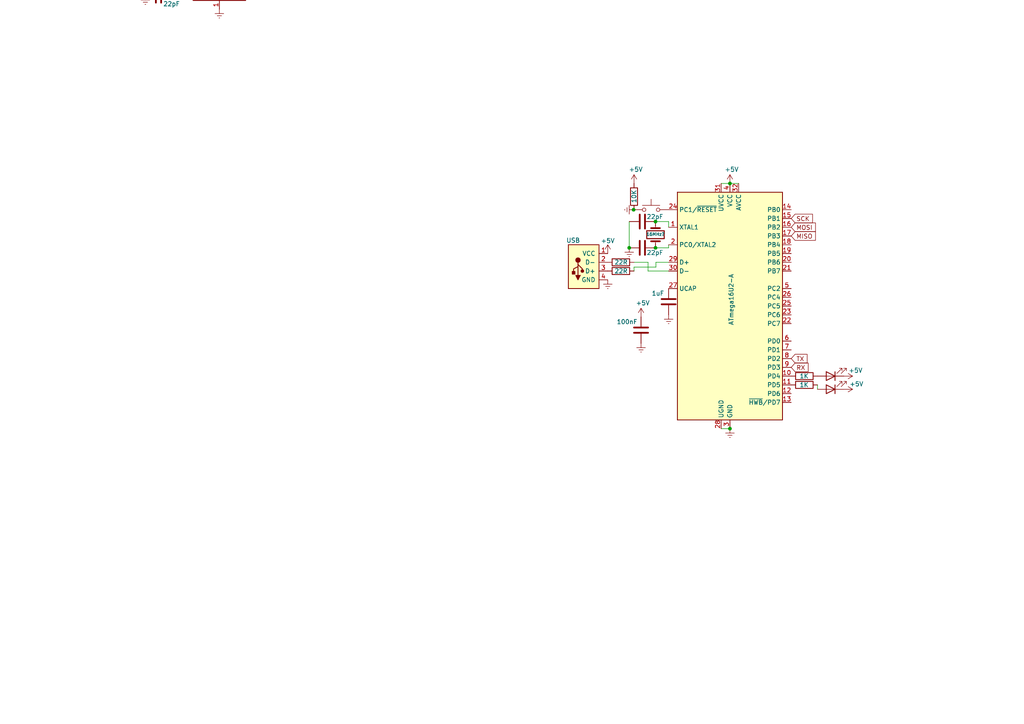
<source format=kicad_sch>
(kicad_sch (version 20211123) (generator eeschema)
  (paper "A4")
  (junction (at 602.615 -177.546))
  (junction (at 481.711 -181.229))
  (junction (at 723.392 -309.626))
  (junction (at 723.392 -302.133))
  (junction (at 619.887 49.276))
  (junction (at 641.096 -194.056))
  (junction (at 555.879 78.486))
  (junction (at 468.376 -117.856))
  (junction (at 469.265 81.661))
  (junction (at 82.804 -43.053))
  (junction (at 81.407 -34.544))
  (junction (at 705.612 -170.561))
  (junction (at 183.769 60.833))
  (junction (at 693.293 -170.561))
  (junction (at -44.45 183.388))
  (junction (at 634.619 -173.736))
  (junction (at 460.756 -117.856))
  (junction (at 39.37 -113.03))
  (junction (at 641.096 -188.976))
  (junction (at 562.356 69.85))
  (junction (at 492.506 -207.01))
  (junction (at 101.092 -52.705))
  (junction (at -42.672 157.353))
  (junction (at 581.279 -49.53))
  (junction (at 82.804 -67.31))
  (junction (at 603.885 -6.35))
  (junction (at 773.684 -208.534))
  (junction (at 98.425 -3.175))
  (junction (at 76.327 -102.87))
  (junction (at 54.61 -44.45))
  (junction (at -70.358 183.388))
  (junction (at 81.407 -69.85))
  (junction (at 265.43 -84.582))
  (junction (at 78.359 -100.33))
  (junction (at 601.345 -34.29))
  (junction (at 259.461 -76.962))
  (junction (at 122.301 -33.274))
  (junction (at 619.887 67.945))
  (junction (at 495.046 -117.856))
  (junction (at 566.039 -41.91))
  (junction (at 261.874 -57.277))
  (junction (at 624.205 -21.463))
  (junction (at 540.639 78.486))
  (junction (at 625.094 67.945))
  (junction (at 697.738 -159.131))
  (junction (at 690.118 -151.511))
  (junction (at 465.455 109.982))
  (junction (at 496.951 -181.229))
  (junction (at 602.615 -169.926))
  (junction (at 124.333 -70.358))
  (junction (at -61.468 73.279))
  (junction (at 223.393 -40.767))
  (junction (at 581.279 26.67))
  (junction (at -50.038 126.619))
  (junction (at 548.259 86.106))
  (junction (at 211.709 53.213))
  (junction (at 708.406 -194.691))
  (junction (at 411.353 155.829))
  (junction (at 644.652 -213.741))
  (junction (at 608.076 26.543))
  (junction (at 190.119 64.262))
  (junction (at 634.619 -181.356))
  (junction (at 450.85 165.989))
  (junction (at 569.976 62.23))
  (junction (at 602.996 -31.75))
  (junction (at 609.473 3.81))
  (junction (at -47.498 183.388))
  (junction (at 93.218 -3.175))
  (junction (at -42.291 26.797))
  (junction (at 483.616 -110.236))
  (junction (at 957.707 -119.38))
  (junction (at 795.528 -135.509))
  (junction (at 705.612 -178.181))
  (junction (at -49.403 93.98))
  (junction (at 95.25 -74.168))
  (junction (at 627.761 18.415))
  (junction (at 569.976 69.85))
  (junction (at 803.148 -127.889))
  (junction (at 504.063 -248.412))
  (junction (at -51.308 157.353))
  (junction (at 609.473 29.972))
  (junction (at 49.784 -1.27))
  (junction (at 609.473 28.067))
  (junction (at 968.502 -108.204))
  (junction (at 107.061 -33.274))
  (junction (at 81.407 -44.577))
  (junction (at 605.409 -8.89))
  (junction (at 261.874 -54.737))
  (junction (at 114.681 -25.654))
  (junction (at -64.643 93.98))
  (junction (at 255.397 -52.197))
  (junction (at 101.092 -50.165))
  (junction (at 922.909 -172.339))
  (junction (at 504.063 -254.508))
  (junction (at -38.608 70.739))
  (junction (at 638.683 -206.121))
  (junction (at 226.314 -64.897))
  (junction (at 380.873 148.209))
  (junction (at 211.709 124.333))
  (junction (at 608.076 1.27))
  (junction (at -105.918 164.973))
  (junction (at 1011.809 -165.227))
  (junction (at 116.459 -77.978))
  (junction (at 255.397 -44.577))
  (junction (at 219.583 -80.01))
  (junction (at 736.346 -175.641))
  (junction (at 97.536 -92.583))
  (junction (at 99.568 -77.978))
  (junction (at 89.916 -100.203))
  (junction (at 804.418 -180.467))
  (junction (at 922.909 -182.499))
  (junction (at 484.886 -201.93))
  (junction (at 463.55 99.822))
  (junction (at 627.761 20.955))
  (junction (at 376.555 102.87))
  (junction (at 608.076 36.576))
  (junction (at 376.555 92.71))
  (junction (at 483.616 -117.856))
  (junction (at -49.403 83.693))
  (junction (at -42.291 36.957))
  (junction (at 213.36 -82.55))
  (junction (at 592.582 -211.709))
  (junction (at 810.768 -135.509))
  (junction (at 598.805 -209.169))
  (junction (at 54.61 -120.65))
  (junction (at 182.499 71.882))
  (junction (at 503.682 -117.856))
  (junction (at 578.739 -49.53))
  (junction (at 1009.904 -175.387))
  (junction (at 52.07 -120.65))
  (junction (at 651.002 0.762))
  (junction (at 498.856 -91.821))
  (junction (at 49.784 -8.89))
  (junction (at 731.012 -302.133))
  (junction (at 89.916 -92.583))
  (junction (at 223.393 -48.387))
  (junction (at 440.436 -110.236))
  (junction (at 626.237 -6.858))
  (junction (at -53.848 68.199))
  (junction (at 261.874 -64.897))
  (junction (at 501.904 -91.821))
  (junction (at 504.063 -238.252))
  (junction (at 492.506 -201.93))
  (junction (at 638.683 -213.741))
  (junction (at -70.358 157.353))
  (junction (at 605.028 -29.21))
  (junction (at 641.096 -183.896))
  (junction (at 496.951 -191.516))
  (junction (at 619.887 -3.81))
  (junction (at 644.652 -206.121))
  (junction (at -62.738 164.973))
  (junction (at -77.978 157.353))
  (junction (at 259.461 -84.582))
  (junction (at -53.848 73.279))
  (junction (at 78.74 -80.01))
  (junction (at -62.738 157.353))
  (junction (at 77.216 -77.47))
  (junction (at -42.291 20.701))
  (junction (at 643.128 -6.858))
  (junction (at 42.164 -1.27))
  (junction (at 261.874 -59.817))
  (junction (at 808.863 -172.847))
  (junction (at 475.996 -91.821))
  (junction (at 190.119 71.882))
  (junction (at -85.598 157.353))
  (junction (at 208.661 -40.767))
  (junction (at 496.316 -148.59))
  (junction (at 670.687 -327.152))
  (junction (at 731.012 -309.626))
  (junction (at 93.218 -21.844))
  (junction (at 507.746 -204.47))
  (junction (at 82.804 -41.148))
  (junction (at 641.096 -191.516))
  (junction (at 261.874 -62.357))
  (junction (at 796.798 -188.087))
  (junction (at 616.585 -29.083))
  (junction (at 641.096 -186.436))
  (junction (at 93.218 -74.93))
  (junction (at 1015.619 -193.548))
  (junction (at 605.536 -194.056))
  (junction (at 265.43 -76.962))
  (junction (at 475.996 -117.856))
  (junction (at 731.012 -298.704))
  (junction (at 587.883 -169.926))
  (junction (at 790.829 -162.814))
  (junction (at 74.676 -105.41))
  (junction (at 927.227 -127))
  (junction (at 616.585 -21.463))
  (junction (at 682.498 -159.131))
  (junction (at 997.204 -109.22))
  (junction (at 422.148 167.005))
  (junction (at 796.798 -180.467))
  (junction (at 621.919 -3.048))
  (no_connect (at 593.979 68.707))
  (no_connect (at 226.314 -53.467))
  (no_connect (at 251.714 -30.607))
  (no_connect (at 605.536 -182.626))
  (no_connect (at 488.696 -140.97))
  (no_connect (at 605.536 -157.226))
  (no_connect (at 488.696 -156.21))
  (no_connect (at 491.236 -140.97))
  (no_connect (at -67.691 31.877))
  (no_connect (at 630.936 -159.766))
  (no_connect (at 573.659 50.927))
  (no_connect (at 226.314 -25.527))
  (no_connect (at 251.714 -28.067))
  (no_connect (at -55.118 134.239))
  (no_connect (at 226.314 -30.607))
  (no_connect (at 478.663 -243.332))
  (no_connect (at 706.247 -299.212))
  (no_connect (at 53.467 -20.193))
  (no_connect (at 73.787 -2.413))
  (no_connect (at -57.658 118.999))
  (no_connect (at 226.314 -28.067))
  (no_connect (at 251.714 -48.387))
  (no_connect (at 630.936 -177.546))
  (no_connect (at 504.063 -243.332))
  (no_connect (at -42.291 31.877))
  (no_connect (at 605.536 -159.766))
  (no_connect (at 630.936 -157.226))
  (no_connect (at -57.658 134.239))
  (no_connect (at 605.536 -154.686))
  (wire (pts (xy 507.746 -197.358) (xy 507.746 -204.47)))
  (wire (pts (xy 605.536 -185.166) (xy 596.265 -185.166)))
  (wire (pts (xy 496.951 -191.516) (xy 496.951 -186.309)))
  (wire (pts (xy 53.467 -1.27) (xy 49.784 -1.27)))
  (wire (pts (xy 627.761 13.335) (xy 623.824 13.335)))
  (wire (pts (xy 131.318 -89.027) (xy 131.318 -117.602)))
  (wire (pts (xy 641.096 -194.056) (xy 641.096 -191.516)))
  (wire (pts (xy 613.918 -29.083) (xy 613.918 -26.67)))
  (wire (pts (xy 84.201 -57.15) (xy 69.85 -57.15)))
  (wire (pts (xy 605.409 -8.89) (xy 596.519 -8.89)))
  (wire (pts (xy 251.714 -52.197) (xy 255.397 -52.197)))
  (wire (pts (xy 638.556 -20.447) (xy 638.556 -45.593)))
  (wire (pts (xy 603.885 -6.35) (xy 596.519 -6.35)))
  (wire (pts (xy 492.506 -201.93) (xy 492.506 -197.358)))
  (wire (pts (xy 613.918 -29.083) (xy 616.585 -29.083)))
  (wire (pts (xy 223.393 -40.767) (xy 226.314 -40.767)))
  (wire (pts (xy 411.353 163.449) (xy 380.873 163.449)))
  (wire (pts (xy -69.215 164.973) (xy -62.738 164.973)))
  (wire (pts (xy 610.87 19.05) (xy 596.519 19.05)))
  (wire (pts (xy -58.928 164.973) (xy -62.738 164.973)))
  (wire (pts (xy 610.87 1.27) (xy 608.076 1.27)))
  (wire (pts (xy 605.409 29.972) (xy 609.473 29.972)))
  (wire (pts (xy 710.565 -344.932) (xy 706.247 -344.932)))
  (wire (pts (xy 641.096 -188.976) (xy 641.096 -186.436)))
  (wire (pts (xy 639.699 15.875) (xy 638.81 15.875)))
  (wire (pts (xy 655.828 -17.907) (xy 657.987 -17.907)))
  (wire (pts (xy 478.663 -259.334) (xy 493.903 -259.334)))
  (wire (pts (xy -85.598 161.163) (xy -77.978 161.163)))
  (wire (pts (xy 478.663 -259.334) (xy 478.663 -248.412)))
  (wire (pts (xy 99.568 -140.208) (xy 99.568 -77.978)))
  (wire (pts (xy 190.246 76.073) (xy 190.246 77.47)))
  (wire (pts (xy 723.138 -321.183) (xy 733.679 -321.183)))
  (wire (pts (xy 639.064 -167.386) (xy 630.936 -167.386)))
  (wire (pts (xy 608.076 26.543) (xy 637.159 26.543)))
  (wire (pts (xy 84.201 -69.85) (xy 81.407 -69.85)))
  (wire (pts (xy 504.063 -236.093) (xy 504.063 -238.252)))
  (wire (pts (xy 690.118 -151.511) (xy 697.738 -151.511)))
  (wire (pts (xy 496.951 -181.229) (xy 496.951 -177.038)))
  (wire (pts (xy 484.886 -207.01) (xy 484.886 -201.93)))
  (wire (pts (xy 708.406 -185.547) (xy 708.406 -194.691)))
  (wire (pts (xy 602.996 -31.75) (xy 605.79 -31.75)))
  (wire (pts (xy 724.662 -334.772) (xy 706.247 -334.772)))
  (wire (pts (xy 643.128 -17.907) (xy 635.889 -17.907)))
  (wire (pts (xy 93.218 -21.844) (xy 93.218 -74.93)))
  (wire (pts (xy 183.896 76.073) (xy 187.96 76.073)))
  (wire (pts (xy 113.03 -57.785) (xy 110.49 -57.785)))
  (wire (pts (xy 724.662 -336.931) (xy 724.662 -334.772)))
  (wire (pts (xy 206.375 -64.897) (xy 206.375 -13.081)))
  (wire (pts (xy 183.896 77.47) (xy 183.896 78.613)))
  (wire (pts (xy 81.407 -44.577) (xy 81.407 -69.85)))
  (wire (pts (xy 82.804 -43.053) (xy 112.141 -43.053)))
  (wire (pts (xy 81.407 -34.544) (xy 81.407 -44.577)))
  (wire (pts (xy 682.498 -151.511) (xy 690.118 -151.511)))
  (wire (pts (xy 477.139 -108.077) (xy 477.139 -110.236)))
  (wire (pts (xy 259.842 -40.767) (xy 255.27 -40.767)))
  (wire (pts (xy 723.392 -302.133) (xy 723.392 -298.704)))
  (wire (pts (xy 643.128 -15.367) (xy 643.128 -6.858)))
  (wire (pts (xy 78.74 -74.168) (xy 95.25 -74.168)))
  (wire (pts (xy 639.318 -148.336) (xy 639.318 -154.686)))
  (wire (pts (xy -38.608 70.739) (xy -37.338 70.739)))
  (wire (pts (xy 601.599 48.387) (xy 608.076 48.387)))
  (wire (pts (xy 623.824 -2.032) (xy 603.885 -2.032)))
  (wire (pts (xy 621.919 -3.048) (xy 621.919 15.875)))
  (wire (pts (xy 626.237 -6.858) (xy 643.128 -6.858)))
  (wire (pts (xy 67.564 -140.208) (xy 99.568 -140.208)))
  (wire (pts (xy 603.885 -2.032) (xy 603.885 -6.35)))
  (wire (pts (xy 193.929 64.262) (xy 190.119 64.262)))
  (wire (pts (xy 794.131 -188.087) (xy 796.798 -188.087)))
  (wire (pts (xy 84.201 -62.23) (xy 69.85 -62.23)))
  (wire (pts (xy 99.568 -77.978) (xy 116.459 -77.978)))
  (wire (pts (xy 460.756 -114.046) (xy 468.376 -114.046)))
  (wire (pts (xy 578.739 -51.943) (xy 578.739 -49.53)))
  (wire (pts (xy 613.918 -21.463) (xy 616.585 -21.463)))
  (wire (pts (xy -53.848 63.373) (xy -53.848 68.199)))
  (wire (pts (xy 573.659 62.23) (xy 569.976 62.23)))
  (wire (pts (xy 708.406 -194.691) (xy 710.946 -194.691)))
  (wire (pts (xy 619.887 67.945) (xy 619.887 49.276)))
  (wire (pts (xy 87.249 -100.203) (xy 87.249 -97.79)))
  (wire (pts (xy 705.612 -170.561) (xy 710.946 -170.561)))
  (wire (pts (xy 80.518 -82.55) (xy 69.85 -82.55)))
  (wire (pts (xy 629.158 -71.247) (xy 592.074 -71.247)))
  (wire (pts (xy 592.582 -206.629) (xy 596.265 -206.629)))
  (wire (pts (xy 731.012 -302.133) (xy 731.012 -298.704)))
  (wire (pts (xy 605.79 -36.83) (xy 596.519 -36.83)))
  (wire (pts (xy 79.121 -105.41) (xy 74.676 -105.41)))
  (wire (pts (xy 216.281 -48.387) (xy 223.393 -48.387)))
  (wire (pts (xy 710.057 -319.532) (xy 706.247 -319.532)))
  (wire (pts (xy 624.205 -29.083) (xy 624.205 -21.463)))
  (wire (pts (xy 623.824 13.335) (xy 623.824 -2.032)))
  (wire (pts (xy 594.233 -58.801) (xy 594.233 -69.088)))
  (wire (pts (xy 607.187 -6.35) (xy 603.885 -6.35)))
  (wire (pts (xy 621.919 15.875) (xy 627.761 15.875)))
  (wire (pts (xy 73.787 -4.953) (xy 76.708 -4.953)))
  (wire (pts (xy 705.739 -194.691) (xy 708.406 -194.691)))
  (wire (pts (xy 376.555 92.71) (xy 376.555 102.87)))
  (wire (pts (xy 540.639 86.106) (xy 548.259 86.106)))
  (wire (pts (xy 723.392 -313.055) (xy 723.392 -309.626)))
  (wire (pts (xy 251.714 -52.197) (xy 251.714 -50.927)))
  (wire (pts (xy 216.281 -40.767) (xy 223.393 -40.767)))
  (wire (pts (xy 219.583 -69.85) (xy 219.583 -50.927)))
  (wire (pts (xy 498.856 -91.821) (xy 498.856 -84.201)))
  (wire (pts (xy 626.237 -3.81) (xy 626.237 -6.858)))
  (wire (pts (xy 52.07 -123.063) (xy 52.07 -120.65)))
  (wire (pts (xy 48.26 -17.653) (xy 48.26 -12.573)))
  (wire (pts (xy 688.467 -350.012) (xy 691.007 -350.012)))
  (wire (pts (xy 723.392 -309.372) (xy 723.392 -309.626)))
  (wire (pts (xy 78.74 -80.01) (xy 69.85 -80.01)))
  (wire (pts (xy 587.883 -177.546) (xy 587.883 -169.926)))
  (wire (pts (xy 1015.619 -196.469) (xy 1015.619 -193.548)))
  (wire (pts (xy 731.012 -313.055) (xy 731.012 -309.626)))
  (wire (pts (xy 101.092 -50.165) (xy 113.03 -50.165)))
  (wire (pts (xy 182.499 71.882) (xy 182.499 64.262)))
  (wire (pts (xy 93.218 -3.175) (xy 93.218 -21.844)))
  (wire (pts (xy 259.461 -84.582) (xy 265.43 -84.582)))
  (wire (pts (xy 630.936 -181.356) (xy 634.619 -181.356)))
  (wire (pts (xy 596.265 -199.009) (xy 596.265 -185.166)))
  (wire (pts (xy 613.918 -24.13) (xy 596.519 -24.13)))
  (wire (pts (xy 621.919 -3.048) (xy 629.158 -3.048)))
  (wire (pts (xy 76.327 -116.713) (xy 76.327 -102.87)))
  (wire (pts (xy 666.242 -301.752) (xy 670.687 -301.752)))
  (wire (pts (xy -44.45 183.388) (xy -47.498 183.388)))
  (wire (pts (xy 705.993 -187.706) (xy 685.927 -187.706)))
  (wire (pts (xy 604.52 67.945) (xy 619.887 67.945)))
  (wire (pts (xy 477.139 -110.236) (xy 483.616 -110.236)))
  (wire (pts (xy 74.676 -117.602) (xy 74.676 -105.41)))
  (wire (pts (xy 84.201 -54.61) (xy 69.85 -54.61)))
  (wire (pts (xy 251.714 -44.577) (xy 255.397 -44.577)))
  (wire (pts (xy 790.829 -145.034) (xy 797.433 -145.034)))
  (wire (pts (xy 422.148 148.209) (xy 422.148 167.005)))
  (wire (pts (xy 605.79 -39.37) (xy 596.519 -39.37)))
  (wire (pts (xy 209.169 124.333) (xy 211.709 124.333)))
  (wire (pts (xy -42.291 39.116) (xy -42.291 36.957)))
  (wire (pts (xy 666.242 -309.372) (xy 670.687 -309.372)))
  (wire (pts (xy -42.291 20.701) (xy -42.291 26.797)))
  (wire (pts (xy -41.783 98.171) (xy -34.163 98.171)))
  (wire (pts (xy 578.739 26.67) (xy 581.279 26.67)))
  (wire (pts (xy 97.536 -100.203) (xy 97.536 -92.583)))
  (wire (pts (xy 610.87 6.35) (xy 596.519 6.35)))
  (wire (pts (xy 639.699 13.335) (xy 637.159 13.335)))
  (wire (pts (xy 619.887 67.945) (xy 625.094 67.945)))
  (wire (pts (xy 548.259 86.106) (xy 555.879 86.106)))
  (wire (pts (xy 401.193 155.829) (xy 401.193 167.005)))
  (wire (pts (xy 69.85 -74.93) (xy 93.218 -74.93)))
  (wire (pts (xy 723.392 -336.169) (xy 723.392 -339.471)))
  (wire (pts (xy 630.936 -173.736) (xy 630.936 -175.006)))
  (wire (pts (xy 609.473 3.81) (xy 596.519 3.81)))
  (wire (pts (xy 220.98 -80.01) (xy 219.583 -80.01)))
  (wire (pts (xy 573.659 69.85) (xy 569.976 69.85)))
  (wire (pts (xy 213.36 -77.47) (xy 217.043 -77.47)))
  (wire (pts (xy 259.842 -33.147) (xy 251.714 -33.147)))
  (wire (pts (xy 922.909 -159.639) (xy 922.909 -172.339)))
  (wire (pts (xy 461.518 109.982) (xy 465.455 109.982)))
  (wire (pts (xy 501.904 -91.821) (xy 498.856 -91.821)))
  (wire (pts (xy 440.436 -114.046) (xy 440.436 -110.236)))
  (wire (pts (xy -85.598 167.132) (xy -69.215 167.132)))
  (wire (pts (xy 484.886 -200.279) (xy 484.886 -201.93)))
  (wire (pts (xy -38.608 77.851) (xy -38.608 70.739)))
  (wire (pts (xy 585.597 -194.056) (xy 605.536 -194.056)))
  (wire (pts (xy 736.346 -178.181) (xy 736.346 -175.641)))
  (wire (pts (xy 608.076 26.543) (xy 608.076 1.27)))
  (wire (pts (xy 657.987 -46.482) (xy 601.345 -46.482)))
  (wire (pts (xy 508.381 -91.821) (xy 501.904 -91.821)))
  (wire (pts (xy 585.597 -194.056) (xy 585.597 -142.24)))
  (wire (pts (xy 504.571 -177.038) (xy 512.191 -177.038)))
  (wire (pts (xy 722.249 -302.133) (xy 723.392 -302.133)))
  (wire (pts (xy 602.996 -31.75) (xy 596.519 -31.75)))
  (wire (pts (xy 968.502 -108.204) (xy 947.547 -108.204)))
  (wire (pts (xy 773.684 -208.534) (xy 776.224 -208.534)))
  (wire (pts (xy 52.07 -120.65) (xy 54.61 -120.65)))
  (wire (pts (xy 237.109 112.903) (xy 237.109 111.633)))
  (wire (pts (xy 609.473 29.972) (xy 609.473 28.067)))
  (wire (pts (xy 638.683 -206.121) (xy 644.652 -206.121)))
  (wire (pts (xy 80.518 -85.09) (xy 69.85 -85.09)))
  (wire (pts (xy 116.459 -86.487) (xy 116.459 -77.978)))
  (wire (pts (xy 609.473 50.927) (xy 609.473 29.972)))
  (wire (pts (xy 401.955 115.57) (xy 376.555 115.57)))
  (wire (pts (xy 111.887 -116.713) (xy 76.327 -116.713)))
  (wire (pts (xy 947.547 -119.38) (xy 947.547 -108.204)))
  (wire (pts (xy 512.191 -177.038) (xy 512.191 -183.769)))
  (wire (pts (xy 705.612 -178.181) (xy 710.946 -178.181)))
  (wire (pts (xy 598.805 -199.009) (xy 598.805 -180.086)))
  (wire (pts (xy 187.96 78.613) (xy 193.929 78.613)))
  (wire (pts (xy -47.498 183.388) (xy -47.498 191.008)))
  (wire (pts (xy 82.804 -41.148) (xy 82.804 -20.193)))
  (wire (pts (xy 261.874 -64.897) (xy 261.874 -62.357)))
  (wire (pts (xy 957.707 -127) (xy 968.502 -127)))
  (wire (pts (xy -67.691 15.875) (xy -67.691 26.797)))
  (wire (pts (xy 259.842 -35.687) (xy 251.714 -35.687)))
  (wire (pts (xy 641.096 -186.436) (xy 641.096 -183.896)))
  (wire (pts (xy 706.247 -304.292) (xy 720.09 -304.292)))
  (wire (pts (xy 483.616 -117.856) (xy 495.046 -117.856)))
  (wire (pts (xy 1009.904 -175.387) (xy 1011.809 -175.387)))
  (wire (pts (xy 78.74 -41.148) (xy 82.804 -41.148)))
  (wire (pts (xy 700.913 -178.181) (xy 705.612 -178.181)))
  (wire (pts (xy 81.407 -44.577) (xy 110.49 -44.577)))
  (wire (pts (xy 116.459 -89.027) (xy 109.22 -89.027)))
  (wire (pts (xy 724.408 -323.723) (xy 724.408 -331.724)))
  (wire (pts (xy 797.433 -167.767) (xy 797.433 -162.814)))
  (wire (pts (xy 608.076 36.576) (xy 608.076 26.543)))
  (wire (pts (xy 463.55 99.822) (xy 465.455 99.822)))
  (wire (pts (xy 76.327 -102.87) (xy 69.85 -102.87)))
  (wire (pts (xy 95.25 -55.245) (xy 101.092 -55.245)))
  (wire (pts (xy 693.547 -350.012) (xy 696.087 -350.012)))
  (wire (pts (xy 52.07 -44.45) (xy 54.61 -44.45)))
  (wire (pts (xy 602.615 -177.546) (xy 605.536 -177.546)))
  (wire (pts (xy 259.461 -76.962) (xy 265.43 -76.962)))
  (wire (pts (xy 639.064 -169.926) (xy 634.492 -169.926)))
  (wire (pts (xy 627.761 18.415) (xy 639.699 18.415)))
  (wire (pts (xy 261.874 -59.817) (xy 261.874 -57.277)))
  (wire (pts (xy 504.063 -254.508) (xy 504.063 -248.412)))
  (wire (pts (xy 705.993 -192.151) (xy 710.946 -192.151)))
  (wire (pts (xy 84.328 -3.175) (xy 93.218 -3.175)))
  (wire (pts (xy 598.805 -209.169) (xy 598.805 -206.629)))
  (wire (pts (xy 460.756 -108.077) (xy 460.756 -110.236)))
  (wire (pts (xy 788.924 -162.814) (xy 790.829 -162.814)))
  (wire (pts (xy 64.262 -124.841) (xy 79.248 -124.841)))
  (wire (pts (xy 608.076 1.27) (xy 596.519 1.27)))
  (wire (pts (xy 605.409 -3.048) (xy 621.919 -3.048)))
  (wire (pts (xy 607.187 -11.43) (xy 596.519 -11.43)))
  (wire (pts (xy 95.25 -74.168) (xy 95.25 -55.245)))
  (wire (pts (xy 112.141 -55.245) (xy 112.141 -43.053)))
  (wire (pts (xy 53.467 -7.493) (xy 53.467 -8.89)))
  (wire (pts (xy -49.403 83.693) (xy -49.403 88.9)))
  (wire (pts (xy 658.622 -332.232) (xy 658.622 -322.453)))
  (wire (pts (xy 610.87 8.89) (xy 596.519 8.89)))
  (wire (pts (xy -42.672 157.353) (xy -51.308 157.353)))
  (wire (pts (xy 596.9 66.167) (xy 596.9 67.945)))
  (wire (pts (xy 706.247 -336.169) (xy 723.392 -336.169)))
  (wire (pts (xy 67.564 -129.921) (xy 67.564 -140.208)))
  (wire (pts (xy 685.927 -177.292) (xy 689.991 -177.292)))
  (wire (pts (xy 634.492 -142.24) (xy 585.597 -142.24)))
  (wire (pts (xy 193.929 65.913) (xy 193.929 64.262)))
  (wire (pts (xy 568.452 58.547) (xy 573.659 58.547)))
  (wire (pts (xy 657.987 -17.907) (xy 657.987 -46.482)))
  (wire (pts (xy 226.314 -56.007) (xy 217.043 -56.007)))
  (wire (pts (xy -37.973 183.388) (xy -44.45 183.388)))
  (wire (pts (xy 380.873 163.449) (xy 380.873 148.209)))
  (wire (pts (xy 689.991 -185.547) (xy 708.406 -185.547)))
  (wire (pts (xy 605.79 -41.91) (xy 596.519 -41.91)))
  (wire (pts (xy -85.598 167.132) (xy -85.598 164.973)))
  (wire (pts (xy 723.392 -339.471) (xy 733.679 -339.471)))
  (wire (pts (xy 968.502 -127) (xy 968.502 -108.204)))
  (wire (pts (xy 566.039 -41.91) (xy 566.039 -56.896)))
  (wire (pts (xy -77.978 157.353) (xy -77.978 161.163)))
  (wire (pts (xy 605.79 -29.21) (xy 605.028 -29.21)))
  (wire (pts (xy 129.159 -89.027) (xy 131.318 -89.027)))
  (wire (pts (xy 101.092 -52.705) (xy 113.03 -52.705)))
  (wire (pts (xy 710.565 -342.392) (xy 706.247 -342.392)))
  (wire (pts (xy 605.028 -44.704) (xy 605.028 -29.21)))
  (wire (pts (xy 957.707 -111.76) (xy 927.227 -111.76)))
  (wire (pts (xy 483.616 -84.201) (xy 498.856 -84.201)))
  (wire (pts (xy 607.187 -13.97) (xy 596.519 -13.97)))
  (wire (pts (xy 581.279 -49.53) (xy 583.819 -49.53)))
  (wire (pts (xy 601.345 -46.482) (xy 601.345 -34.29)))
  (wire (pts (xy 93.218 -74.93) (xy 99.568 -74.93)))
  (wire (pts (xy 613.918 -21.463) (xy 613.918 -24.13)))
  (wire (pts (xy 794.131 -185.674) (xy 788.924 -185.674)))
  (wire (pts (xy 610.87 16.51) (xy 596.519 16.51)))
  (wire (pts (xy -58.928 161.163) (xy -58.928 164.973)))
  (wire (pts (xy 469.265 78.74) (xy 469.265 81.661)))
  (wire (pts (xy 578.739 -49.53) (xy 581.279 -49.53)))
  (wire (pts (xy 84.201 -59.69) (xy 69.85 -59.69)))
  (wire (pts (xy 93.218 -3.175) (xy 98.425 -3.175)))
  (wire (pts (xy 660.146 -337.312) (xy 670.687 -337.312)))
  (wire (pts (xy -62.738 191.008) (xy -47.498 191.008)))
  (wire (pts (xy 670.687 -301.752) (xy 670.687 -304.292)))
  (wire (pts (xy 707.898 -330.454) (xy 723.138 -330.454)))
  (wire (pts (xy 700.913 -170.561) (xy 705.612 -170.561)))
  (wire (pts (xy 87.249 -95.25) (xy 69.85 -95.25)))
  (wire (pts (xy 707.898 -327.152) (xy 707.898 -330.454)))
  (wire (pts (xy 927.227 -111.76) (xy 927.227 -127)))
  (wire (pts (xy 608.076 48.387) (xy 608.076 36.576)))
  (wire (pts (xy 713.867 -309.372) (xy 723.392 -309.372)))
  (wire (pts (xy 639.064 -162.306) (xy 630.936 -162.306)))
  (wire (pts (xy 53.467 -2.413) (xy 53.467 -1.27)))
  (wire (pts (xy 710.057 -322.072) (xy 706.247 -322.072)))
  (wire (pts (xy 795.528 -127.889) (xy 803.148 -127.889)))
  (wire (pts (xy 722.249 -306.832) (xy 722.249 -302.133)))
  (wire (pts (xy 790.829 -162.814) (xy 790.829 -145.034)))
  (wire (pts (xy 723.138 -330.454) (xy 723.138 -321.183)))
  (wire (pts (xy 261.874 -57.277) (xy 261.874 -54.737)))
  (wire (pts (xy 87.249 -92.583) (xy 87.249 -95.25)))
  (wire (pts (xy 581.279 26.67) (xy 583.819 26.67)))
  (wire (pts (xy 670.687 -309.372) (xy 670.687 -306.832)))
  (wire (pts (xy 487.426 -110.236) (xy 483.616 -110.236)))
  (wire (pts (xy 1007.872 -165.227) (xy 1011.809 -165.227)))
  (wire (pts (xy 609.473 28.067) (xy 609.473 3.81)))
  (wire (pts (xy 803.148 -127.889) (xy 810.768 -127.889)))
  (wire (pts (xy 638.683 -213.741) (xy 644.652 -213.741)))
  (wire (pts (xy 670.687 -332.232) (xy 658.622 -332.232)))
  (wire (pts (xy 93.218 -21.844) (xy 98.298 -21.844)))
  (wire (pts (xy 705.993 -190.5) (xy 705.993 -192.151)))
  (wire (pts (xy 794.131 -188.087) (xy 794.131 -185.674)))
  (wire (pts (xy 110.49 -57.785) (xy 110.49 -44.577)))
  (wire (pts (xy 102.489 -142.367) (xy 65.405 -142.367)))
  (wire (pts (xy 641.096 -196.596) (xy 641.096 -194.056)))
  (wire (pts (xy 81.407 -34.544) (xy 81.407 -22.733)))
  (wire (pts (xy 107.061 -25.654) (xy 114.681 -25.654)))
  (wire (pts (xy 74.676 -105.41) (xy 69.85 -105.41)))
  (wire (pts (xy 596.519 -3.81) (xy 619.887 -3.81)))
  (wire (pts (xy 460.756 -108.077) (xy 477.139 -108.077)))
  (wire (pts (xy 794.131 -180.467) (xy 796.798 -180.467)))
  (wire (pts (xy 631.063 -206.121) (xy 638.683 -206.121)))
  (wire (pts (xy 605.028 -29.21) (xy 596.519 -29.21)))
  (wire (pts (xy 566.039 -56.896) (xy 590.931 -56.896)))
  (wire (pts (xy 131.318 -117.602) (xy 74.676 -117.602)))
  (wire (pts (xy 724.408 -331.724) (xy 706.247 -331.724)))
  (wire (pts (xy 81.407 -69.85) (xy 69.85 -69.85)))
  (wire (pts (xy 609.473 28.067) (xy 638.81 28.067)))
  (wire (pts (xy -62.738 157.353) (xy -51.308 157.353)))
  (wire (pts (xy 602.996 -45.593) (xy 602.996 -31.75)))
  (wire (pts (xy 77.216 -73.152) (xy 77.216 -77.47)))
  (wire (pts (xy 76.327 -102.87) (xy 79.121 -102.87)))
  (wire (pts (xy 87.249 -100.203) (xy 89.916 -100.203)))
  (wire (pts (xy 251.841 -76.962) (xy 259.461 -76.962)))
  (wire (pts (xy 80.518 -90.17) (xy 69.85 -90.17)))
  (wire (pts (xy 605.917 -58.801) (xy 594.233 -58.801)))
  (wire (pts (xy 113.03 -55.245) (xy 112.141 -55.245)))
  (wire (pts (xy 78.359 -100.33) (xy 69.85 -100.33)))
  (wire (pts (xy 637.159 13.335) (xy 637.159 26.543)))
  (wire (pts (xy -67.691 15.875) (xy -52.451 15.875)))
  (wire (pts (xy 95.25 -74.168) (xy 102.489 -74.168)))
  (wire (pts (xy 948.309 -159.639) (xy 922.909 -159.639)))
  (wire (pts (xy 685.927 -190.5) (xy 705.993 -190.5)))
  (wire (pts (xy 651.002 0.762) (xy 651.002 3.302)))
  (wire (pts (xy 209.169 53.213) (xy 211.709 53.213)))
  (wire (pts (xy 601.599 50.927) (xy 609.473 50.927)))
  (wire (pts (xy 602.615 -169.926) (xy 605.536 -169.926)))
  (wire (pts (xy 468.376 -117.856) (xy 468.376 -114.046)))
  (wire (pts (xy 562.737 53.467) (xy 568.452 53.467)))
  (wire (pts (xy 619.887 -3.81) (xy 626.237 -3.81)))
  (wire (pts (xy 206.375 -64.897) (xy 226.314 -64.897)))
  (wire (pts (xy 590.931 -56.896) (xy 590.931 -53.721)))
  (wire (pts (xy 643.128 -20.447) (xy 638.556 -20.447)))
  (wire (pts (xy 794.131 -180.467) (xy 794.131 -183.134)))
  (wire (pts (xy 592.582 -209.169) (xy 598.805 -209.169)))
  (wire (pts (xy 54.61 -120.65) (xy 57.15 -120.65)))
  (wire (pts (xy 99.568 -74.93) (xy 99.568 -77.978)))
  (wire (pts (xy 79.121 -100.33) (xy 78.359 -100.33)))
  (wire (pts (xy 65.405 -127.381) (xy 79.248 -127.381)))
  (wire (pts (xy 504.063 -259.334) (xy 504.063 -254.508)))
  (wire (pts (xy 261.874 -67.437) (xy 261.874 -64.897)))
  (wire (pts (xy -53.848 73.279) (xy -53.848 77.851)))
  (wire (pts (xy 630.936 -181.356) (xy 630.936 -180.086)))
  (wire (pts (xy 79.121 -110.49) (xy 69.85 -110.49)))
  (wire (pts (xy 79.121 -107.95) (xy 69.85 -107.95)))
  (wire (pts (xy 613.918 -26.67) (xy 596.519 -26.67)))
  (wire (pts (xy 101.092 -57.785) (xy 97.155 -57.785)))
  (wire (pts (xy 610.87 11.43) (xy 596.519 11.43)))
  (wire (pts (xy 503.682 -117.856) (xy 495.046 -117.856)))
  (wire (pts (xy 595.503 -177.546) (xy 602.615 -177.546)))
  (wire (pts (xy 708.406 -196.723) (xy 708.406 -194.691)))
  (wire (pts (xy 79.121 -113.03) (xy 69.85 -113.03)))
  (wire (pts (xy 42.164 -1.27) (xy 42.164 -8.89)))
  (wire (pts (xy 65.405 -142.367) (xy 65.405 -127.381)))
  (wire (pts (xy 731.012 -298.704) (xy 731.012 -294.894)))
  (wire (pts (xy 193.929 70.993) (xy 193.929 71.882)))
  (wire (pts (xy 605.79 -34.29) (xy 601.345 -34.29)))
  (wire (pts (xy 590.931 -53.721) (xy 605.917 -53.721)))
  (wire (pts (xy 689.991 -177.292) (xy 689.991 -185.547)))
  (wire (pts (xy 600.202 -209.169) (xy 598.805 -209.169)))
  (wire (pts (xy 788.924 -157.734) (xy 797.433 -157.734)))
  (wire (pts (xy 610.87 13.97) (xy 596.519 13.97)))
  (wire (pts (xy 64.262 -128.016) (xy 64.262 -124.841)))
  (wire (pts (xy 81.407 -20.193) (xy 82.804 -20.193)))
  (wire (pts (xy 670.687 -327.152) (xy 670.687 -325.247)))
  (wire (pts (xy 78.74 -80.01) (xy 78.74 -74.168)))
  (wire (pts (xy 82.804 -41.148) (xy 82.804 -43.053)))
  (wire (pts (xy 190.246 77.47) (xy 183.896 77.47)))
  (wire (pts (xy 80.518 -80.01) (xy 78.74 -80.01)))
  (wire (pts (xy 193.929 76.073) (xy 190.246 76.073)))
  (wire (pts (xy 193.929 71.882) (xy 190.119 71.882)))
  (wire (pts (xy 733.679 -336.931) (xy 724.662 -336.931)))
  (wire (pts (xy 109.22 -115.824) (xy 78.359 -115.824)))
  (wire (pts (xy 635.889 -17.907) (xy 635.889 -44.704)))
  (wire (pts (xy 733.679 -323.723) (xy 724.408 -323.723)))
  (wire (pts (xy 78.359 -115.824) (xy 78.359 -100.33)))
  (wire (pts (xy 259.842 -38.227) (xy 251.714 -38.227)))
  (wire (pts (xy 492.506 -211.836) (xy 492.506 -207.01)))
  (wire (pts (xy 84.201 -67.31) (xy 82.804 -67.31)))
  (wire (pts (xy 260.096 -25.527) (xy 251.714 -25.527)))
  (wire (pts (xy 376.555 115.57) (xy 376.555 102.87)))
  (wire (pts (xy 54.61 -44.45) (xy 57.15 -44.45)))
  (wire (pts (xy 42.545 -17.653) (xy 48.26 -17.653)))
  (wire (pts (xy 87.249 -92.583) (xy 89.916 -92.583)))
  (wire (pts (xy 124.333 -70.358) (xy 124.333 -67.818)))
  (wire (pts (xy 619.887 49.276) (xy 624.967 49.276)))
  (wire (pts (xy -69.215 167.132) (xy -69.215 164.973)))
  (wire (pts (xy 705.993 -189.611) (xy 705.993 -187.706)))
  (wire (pts (xy 731.012 -309.626) (xy 731.012 -302.133)))
  (wire (pts (xy 217.043 -69.85) (xy 217.043 -56.007)))
  (wire (pts (xy 562.737 56.007) (xy 573.659 56.007)))
  (wire (pts (xy 797.433 -155.194) (xy 788.924 -155.194)))
  (wire (pts (xy 84.201 -64.77) (xy 69.85 -64.77)))
  (wire (pts (xy 706.247 -331.724) (xy 706.247 -329.692)))
  (wire (pts (xy 219.583 -50.927) (xy 226.314 -50.927)))
  (wire (pts (xy 255.27 -40.767) (xy 255.27 -13.081)))
  (wire (pts (xy 629.158 -3.048) (xy 629.158 -71.247)))
  (wire (pts (xy 630.936 -173.736) (xy 634.619 -173.736)))
  (wire (pts (xy 669.544 -344.932) (xy 670.687 -344.932)))
  (wire (pts (xy 720.09 -304.292) (xy 720.09 -294.894)))
  (wire (pts (xy -34.163 98.171) (xy -34.163 91.44)))
  (wire (pts (xy 594.233 -69.088) (xy 626.237 -69.088)))
  (wire (pts (xy -42.291 15.875) (xy -42.291 20.701)))
  (wire (pts (xy 627.761 20.955) (xy 639.699 20.955)))
  (wire (pts (xy 706.247 -327.152) (xy 707.898 -327.152)))
  (wire (pts (xy 638.556 -45.593) (xy 602.996 -45.593)))
  (wire (pts (xy 97.155 -73.152) (xy 77.216 -73.152)))
  (wire (pts (xy 573.659 63.627) (xy 573.659 62.23)))
  (wire (pts (xy 607.187 -16.51) (xy 596.519 -16.51)))
  (wire (pts (xy 504.063 -240.665) (xy 504.063 -238.252)))
  (wire (pts (xy 39.37 -128.016) (xy 64.262 -128.016)))
  (wire (pts (xy 626.237 -69.088) (xy 626.237 -6.858)))
  (wire (pts (xy 39.37 -113.03) (xy 39.37 -128.016)))
  (wire (pts (xy 592.074 -71.247) (xy 592.074 -56.261)))
  (wire (pts (xy 660.146 -339.852) (xy 670.687 -339.852)))
  (wire (pts (xy 80.518 -77.47) (xy 77.216 -77.47)))
  (wire (pts (xy 109.22 -89.027) (xy 109.22 -115.824)))
  (wire (pts (xy 619.887 49.276) (xy 619.887 -3.81)))
  (wire (pts (xy 922.909 -182.499) (xy 922.909 -172.339)))
  (wire (pts (xy 573.659 68.707) (xy 573.659 69.85)))
  (wire (pts (xy -61.468 68.199) (xy -61.468 73.279)))
  (wire (pts (xy 42.545 -15.113) (xy 53.467 -15.113)))
  (wire (pts (xy 97.155 -57.785) (xy 97.155 -73.152)))
  (wire (pts (xy 605.409 -8.89) (xy 605.409 -3.048)))
  (wire (pts (xy 720.09 -294.894) (xy 731.012 -294.894)))
  (wire (pts (xy 651.002 -6.858) (xy 643.128 -6.858)))
  (wire (pts (xy 124.333 -77.978) (xy 116.459 -77.978)))
  (wire (pts (xy 641.096 -191.516) (xy 641.096 -188.976)))
  (wire (pts (xy 595.503 -169.926) (xy 602.615 -169.926)))
  (wire (pts (xy -61.468 74.93) (xy -61.468 73.279)))
  (wire (pts (xy 260.096 -19.177) (xy 260.096 -25.527)))
  (wire (pts (xy 82.804 -43.053) (xy 82.804 -67.31)))
  (wire (pts (xy 187.96 76.073) (xy 187.96 78.613)))
  (wire (pts (xy 1007.872 -175.387) (xy 1009.904 -175.387)))
  (wire (pts (xy 507.746 -204.47) (xy 509.016 -204.47)))
  (wire (pts (xy 658.622 -322.453) (xy 662.178 -322.453)))
  (wire (pts (xy 713.867 -306.832) (xy 722.249 -306.832)))
  (wire (pts (xy 461.518 99.822) (xy 463.55 99.822)))
  (wire (pts (xy 593.979 66.167) (xy 596.9 66.167)))
  (wire (pts (xy 255.27 -13.081) (xy 206.375 -13.081)))
  (wire (pts (xy -42.291 34.544) (xy -42.291 36.957)))
  (wire (pts (xy 183.896 60.833) (xy 183.769 60.833)))
  (wire (pts (xy 76.708 -4.953) (xy 76.708 -3.175)))
  (wire (pts (xy 79.248 -129.921) (xy 67.564 -129.921)))
  (wire (pts (xy 598.805 -180.086) (xy 605.536 -180.086)))
  (wire (pts (xy 607.187 -8.89) (xy 605.409 -8.89)))
  (wire (pts (xy 605.409 36.576) (xy 608.076 36.576)))
  (wire (pts (xy 261.874 -62.357) (xy 261.874 -59.817)))
  (wire (pts (xy 223.393 -48.387) (xy 226.314 -48.387)))
  (wire (pts (xy 53.467 -8.89) (xy 49.784 -8.89)))
  (wire (pts (xy 78.74 -34.544) (xy 81.407 -34.544)))
  (wire (pts (xy 102.489 -74.168) (xy 102.489 -142.367)))
  (wire (pts (xy 487.426 -114.046) (xy 487.426 -110.236)))
  (wire (pts (xy 638.81 15.875) (xy 638.81 28.067)))
  (wire (pts (xy 219.583 -80.01) (xy 219.583 -77.47)))
  (wire (pts (xy 114.681 -25.654) (xy 122.301 -25.654)))
  (wire (pts (xy 80.518 -87.63) (xy 69.85 -87.63)))
  (wire (pts (xy -46.228 77.851) (xy -38.608 77.851)))
  (wire (pts (xy 607.187 -19.05) (xy 596.519 -19.05)))
  (wire (pts (xy 211.709 53.213) (xy 214.249 53.213)))
  (wire (pts (xy 808.863 -172.847) (xy 790.829 -172.847)))
  (wire (pts (xy 77.216 -77.47) (xy 69.85 -77.47)))
  (wire (pts (xy 685.927 -202.057) (xy 685.927 -196.088)))
  (wire (pts (xy 790.829 -172.847) (xy 790.829 -162.814)))
  (wire (pts (xy 706.247 -337.312) (xy 706.247 -336.169)))
  (wire (pts (xy 208.661 -48.387) (xy 208.661 -40.767)))
  (wire (pts (xy 213.36 -80.01) (xy 219.583 -80.01)))
  (wire (pts (xy 116.459 -91.567) (xy 111.887 -91.567)))
  (wire (pts (xy 635.889 -44.704) (xy 605.028 -44.704)))
  (wire (pts (xy 634.492 -169.926) (xy 634.492 -142.24)))
  (wire (pts (xy -105.918 161.163) (xy -105.918 164.973)))
  (wire (pts (xy 251.714 -44.577) (xy 251.714 -45.847)))
  (wire (pts (xy 710.946 -189.611) (xy 705.993 -189.611)))
  (wire (pts (xy 422.148 167.005) (xy 401.193 167.005)))
  (wire (pts (xy 610.87 3.81) (xy 609.473 3.81)))
  (wire (pts (xy 48.26 -12.573) (xy 53.467 -12.573)))
  (wire (pts (xy 600.202 -211.709) (xy 600.202 -209.169)))
  (wire (pts (xy 84.201 -52.07) (xy 69.85 -52.07)))
  (wire (pts (xy 592.074 -56.261) (xy 605.917 -56.261)))
  (wire (pts (xy 568.452 53.467) (xy 568.452 58.547)))
  (wire (pts (xy 601.345 -34.29) (xy 596.519 -34.29)))
  (wire (pts (xy 411.353 148.209) (xy 422.148 148.209)))
  (wire (pts (xy 693.293 -178.181) (xy 693.293 -170.561)))
  (wire (pts (xy 111.887 -91.567) (xy 111.887 -116.713)))
  (wire (pts (xy 562.356 69.85) (xy 562.356 62.23)))
  (wire (pts (xy 220.98 -82.55) (xy 220.98 -80.01)))
  (wire (pts (xy 794.131 -183.134) (xy 788.924 -183.134)))
  (wire (pts (xy 87.249 -97.79) (xy 69.85 -97.79)))
  (wire (pts (xy 82.804 -67.31) (xy 69.85 -67.31)))
  (wire (pts (xy 639.318 -154.686) (xy 630.936 -154.686)))
  (wire (pts (xy 639.064 -164.846) (xy 630.936 -164.846)))
  (wire (pts (xy 500.126 -197.358) (xy 507.746 -197.358)))
  (wire (pts (xy -49.403 93.98) (xy -49.403 98.171)))
  (wire (pts (xy 804.418 -188.087) (xy 804.418 -180.467)))
  (text "G(Gain) = V out/V in = 6.1V/1V=6.1 " (at 478.663 -214.376 0) (effects (font (size 1.27 1.27)) (justify left bottom)))
  (text "9V to 5V regulator" (at 138.557 -73.66 90) (effects (font (size 1.27 1.27)) (justify left bottom)))
  (text "G(Gain) = V out/V in = 6.1V/1V=6.1 " (at -67.691 60.833 0) (effects (font (size 1.27 1.27)) (justify left bottom)))
  (text "5V to 3.3V regulator + 100n capacitor to gnd" (at 135.89 -73.406 90) (effects (font (size 1.27 1.27)) (justify left bottom)))
  (text "3.3V(test?)" (at 712.343 -311.023 0) (effects (font (size 1.27 1.27)) (justify left bottom)))
  (text "ADC6\nADC7" (at 599.186 -61.087 0) (effects (font (size 1.27 1.27)) (justify left bottom)))
  (text "reset" (at 99.695 -21.209 0) (effects (font (size 1.27 1.27)) (justify left bottom)))
  (text "OR" (at 1014.603 -179.832 0) (effects (font (size 2 2) (thickness 0.6) bold) (justify left bottom)))
  (text "AND " (at 387.858 99.441 0) (effects (font (size 2 2) (thickness 0.6) bold) (justify left bottom)))
  (text "reset" (at 626.364 49.911 0) (effects (font (size 1.27 1.27)) (justify left bottom)))
  (text "6.1V" (at 510.159 -200.787 0) (effects (font (size 1.27 1.27)) (justify left bottom)))
  (text "AND " (at 934.212 -175.768 0) (effects (font (size 2 2) (thickness 0.6) bold) (justify left bottom)))
  (text "ADC6\nADC7" (at 72.517 -132.207 0) (effects (font (size 1.27 1.27)) (justify left bottom)))
  (text "5V to 3.3V regulator + 100n capacitor to gnd" (at 662.559 -2.286 0) (effects (font (size 1.27 1.27)) (justify left bottom)))
  (text "6.1V" (at -36.195 74.422 0) (effects (font (size 1.27 1.27)) (justify left bottom)))
  (text "aref" (at 600.837 -51.816 0) (effects (font (size 1.27 1.27)) (justify left bottom)))
  (text "aref" (at 74.168 -122.936 0) (effects (font (size 1.27 1.27)) (justify left bottom)))
  (text "3.3V\n(reset)" (at 662.432 -318.135 180) (effects (font (size 1.27 1.27)) (justify right bottom)))
  (text "OR" (at 468.249 95.377 0) (effects (font (size 2 2) (thickness 0.6) bold) (justify left bottom)))
  (text "TX\nRX" (at 121.666 -54.356 0) (effects (font (size 1.27 1.27)) (justify left bottom)))
  (text "resistor\n+gnd" (at 665.734 -314.833 0) (effects (font (size 1.27 1.27)) (justify left bottom)))
  (text "SCL\nSDA" (at 96.52 -55.753 0) (effects (font (size 1.27 1.27)) (justify left bottom)))
  (text "1\n3\n2\n4" (at 733.171 -304.8 0) (effects (font (size 1.27 1.27)) (justify left bottom)))
  (text "SCL\nSDA" (at 623.189 15.367 0) (effects (font (size 1.27 1.27)) (justify left bottom)))
  (text "9V to 5V regulator" (at 661.162 5.08 0) (effects (font (size 1.27 1.27)) (justify left bottom)))
  (text "AND,OR, NOT, NAND, NOR, XOR, BFFER, SR latch(full time/edge enable)" (at 877.189 -200.025 0) (effects (font (size 1.27 1.27)) (justify left bottom)))
  (text "TX\nRX" (at 648.335 16.764 0) (effects (font (size 1.27 1.27)) (justify left bottom)))
  (text "AND,OR, NOT, NAND, NOR, XOR, BFFER, SR latch(full time/edge enable)" (at 330.835 75.184 0) (effects (font (size 1.27 1.27)) (justify left bottom)))
  (global_label "TX" (shape input) (at 685.927 -190.5 180) (property "Intersheet References" "${INTERSHEET_REFS}" (effects hide)))
  (global_label "RX" (shape input) (at 229.489 106.553 0) (property "Intersheet References" "${INTERSHEET_REFS}" (effects hide)))
  (global_label "MISO" (shape input) (at 229.489 68.453 0) (property "Intersheet References" "${INTERSHEET_REFS}" (effects hide)))
  (global_label "Jack Positive" (shape input) (at -65.278 124.079 180) (property "Intersheet References" "${INTERSHEET_REFS}" (effects hide)))
  (global_label "DTR" (shape input) (at 797.433 -152.654 0) (property "Intersheet References" "${INTERSHEET_REFS}" (effects hide)))
  (global_label "OUT" (shape input) (at -37.338 70.739 0) (property "Intersheet References" "${INTERSHEET_REFS}" (effects hide)))
  (global_label "V out" (shape input) (at -35.052 157.353 0) (property "Intersheet References" "${INTERSHEET_REFS}" (effects hide)))
  (global_label "pad" (shape input) (at 670.687 -325.247 270) (property "Intersheet References" "${INTERSHEET_REFS}" (effects hide)))
  (global_label "V IN" (shape input) (at -53.848 63.373 180) (property "Intersheet References" "${INTERSHEET_REFS}" (effects hide)))
  (global_label "SCK" (shape input) (at 229.489 63.373 0) (property "Intersheet References" "${INTERSHEET_REFS}" (effects hide)))
  (global_label "RX" (shape input) (at 797.433 -155.194 0) (property "Intersheet References" "${INTERSHEET_REFS}" (effects hide)))
  (global_label "5V" (shape input) (at 685.927 -193.294 180) (property "Intersheet References" "${INTERSHEET_REFS}" (effects hide)))
  (global_label "Jack Negative" (shape input) (at 464.312 -147.828 0) (property "Intersheet References" "${INTERSHEET_REFS}" (effects hide)))
  (global_label "DTR" (shape input) (at 685.927 -184.912 180) (property "Intersheet References" "${INTERSHEET_REFS}" (effects hide)))
  (global_label "0V" (shape input) (at 685.927 -198.882 180) (property "Intersheet References" "${INTERSHEET_REFS}" (effects hide)))
  (global_label "MOSI" (shape input) (at 229.489 65.913 0) (property "Intersheet References" "${INTERSHEET_REFS}" (effects hide)))
  (global_label "V IN" (shape input) (at 492.506 -211.836 180) (property "Intersheet References" "${INTERSHEET_REFS}" (effects hide)))
  (global_label "RX" (shape input) (at 685.927 -187.706 180) (property "Intersheet References" "${INTERSHEET_REFS}" (effects hide)))
  (global_label "Jack Positive" (shape input) (at 481.076 -151.13 180) (property "Intersheet References" "${INTERSHEET_REFS}" (effects hide)))
  (global_label "TX" (shape input) (at 797.433 -157.734 0) (property "Intersheet References" "${INTERSHEET_REFS}" (effects hide)))
  (global_label "5V" (shape input) (at 797.433 -160.274 0) (property "Intersheet References" "${INTERSHEET_REFS}" (effects hide)))
  (global_label "TX" (shape input) (at 229.489 104.013 0) (property "Intersheet References" "${INTERSHEET_REFS}" (effects hide)))
  (global_label "pad" (shape input) (at 706.247 -311.912 0) (property "Intersheet References" "${INTERSHEET_REFS}" (effects hide)))
  (global_label "0V" (shape input) (at 797.433 -165.354 0) (property "Intersheet References" "${INTERSHEET_REFS}" (effects hide)))
  (global_label "V out" (shape input) (at 511.302 -117.856 0) (property "Intersheet References" "${INTERSHEET_REFS}" (effects hide)))
  (global_label "CTS" (shape input) (at 797.433 -162.814 0) (property "Intersheet References" "${INTERSHEET_REFS}" (effects hide)))
  (global_label "OUT" (shape input) (at 509.016 -204.47 0) (property "Intersheet References" "${INTERSHEET_REFS}" (effects hide)))
  (global_label "pad" (shape input) (at 662.178 -322.453 0) (property "Intersheet References" "${INTERSHEET_REFS}" (effects hide)))
  (global_label "Jack Negative" (shape input) (at -82.042 127.381 0) (property "Intersheet References" "${INTERSHEET_REFS}" (effects hide)))
  (global_label "CTS" (shape input) (at 685.927 -196.088 180) (property "Intersheet References" "${INTERSHEET_REFS}" (effects hide)))
  (symbol (lib_id "Switch:SW_Push") (at 992.124 -81.28 90) (mirror x) (unit 1)
    (property "Reference" "SW?" (effects hide))
    (property "Value" "SW_Push" (at 993.902 -80.391 0))
  )
  (symbol (lib_id "power:+3.3V") (at 270.002 -28.067 0) (mirror x) (unit 1)
    (property "Reference" "#PWR?" (effects hide))
    (property "Value" "+3.3V" (at 272.796 -24.257 0))
  )
  (symbol (lib_id "Connector:USB_A") (at 717.677 -322.072 0) (mirror y) (unit 1)
    (property "Reference" "J?" (effects hide))
    (property "Value" "USB4" (at 720.09 -328.422 0))
    (property "Datasheet" " ~" (effects hide))
  )
  (symbol (lib_id "Device:R") (at 992.124 -90.17 0) (unit 1)
    (property "Reference" "R?" (effects hide))
    (property "Value" "1K" (at 992.124 -88.773 90) (effects (justify left)))
  )
  (symbol (lib_id "power:Earth") (at 484.886 -200.279 0) (unit 1)
    (property "Reference" "#PWR?" (effects hide))
    (property "Value" "Earth" (effects hide))
  )
  (symbol (lib_id "power:Earth") (at 409.575 87.63 0) (mirror x) (unit 1)
    (property "Reference" "#PWR?" (effects hide))
    (property "Value" "Earth" (effects hide))
  )
  (symbol (lib_id "Device:R") (at 941.197 -127 270) (unit 1)
    (property "Reference" "R?" (effects hide))
    (property "Value" "1K" (at 939.8 -127 90) (effects (justify left)))
  )
  (symbol (lib_id "power:Earth") (at 987.044 -109.22 0) (mirror y) (unit 1)
    (property "Reference" "#PWR?" (effects hide))
    (property "Value" "Earth" (effects hide))
  )
  (symbol (lib_id "Device:R") (at 601.599 29.972 270) (unit 1)
    (property "Reference" "R?" (effects hide))
    (property "Value" "1K" (at 600.329 29.972 90) (effects (justify left)))
  )
  (symbol (lib_id "power:+5V") (at 185.928 91.948 0) (unit 1)
    (property "Reference" "#PWR?" (effects hide))
    (property "Value" "+5V" (at 186.436 87.884 0))
  )
  (symbol (lib_id "Device:LED") (at 450.85 162.179 270) (unit 1)
    (property "Reference" "D?" (effects hide))
    (property "Value" "RED" (at 453.517 162.179 0))
  )
  (symbol (lib_id "Connector_Generic:Conn_02x03_Odd_Even") (at 121.539 -89.027 0) (unit 1)
    (property "Reference" "J?" (effects hide))
    (property "Value" "ICSP" (at 122.682 -94.107 0))
  )
  (symbol (lib_id "power:Earth") (at 489.331 -191.516 0) (mirror y) (unit 1)
    (property "Reference" "#PWR?" (effects hide))
    (property "Value" "Earth" (effects hide))
  )
  (symbol (lib_id "power:+5V") (at 592.582 -211.709 0) (unit 1)
    (property "Reference" "#PWR?" (effects hide))
    (property "Value" "+5V" (at 592.582 -215.392 0))
  )
  (symbol (lib_id "Device:C") (at 93.726 -100.203 270) (mirror x) (unit 1)
    (property "Reference" "C?" (effects hide))
    (property "Value" "22pF" (at 87.63 -101.6 90) (effects (justify left)))
  )
  (symbol (lib_id "power:+5V") (at 581.279 -49.53 0) (unit 1)
    (property "Reference" "#PWR?" (effects hide))
    (property "Value" "+5V" (at 581.787 -53.594 0))
  )
  (symbol (lib_id "power:+12V") (at -41.783 83.693 0) (unit 1)
    (property "Reference" "#PWR?" (effects hide))
    (property "Value" "+12V" (at -39.497 84.582 0))
  )
  (symbol (lib_id "Device:C") (at 57.277 -27.813 270) (mirror x) (unit 1)
    (property "Reference" "C?" (effects hide))
    (property "Value" "100nF" (at 54.61 -31.242 90) (effects (justify left)))
  )
  (symbol (lib_id "Device:LED") (at 1023.239 -170.307 0) (mirror x) (unit 1)
    (property "Reference" "D?" (effects hide))
    (property "Value" "RED" (at 1023.239 -167.64 0))
  )
  (symbol (lib_id "Device:LED") (at -37.973 187.198 90) (unit 1)
    (property "Reference" "D?" (effects hide))
    (property "Value" "LOAD" (at -35.052 186.69 0))
  )
  (symbol (lib_id "pspice:0") (at 797.433 -167.767 0) (mirror x) (unit 1)
    (property "Reference" "#GND?" (effects hide))
    (property "Value" "0" (at 799.592 -168.783 0))
  )
  (symbol (lib_id "power:+12V") (at 460.756 -117.856 0) (unit 1)
    (property "Reference" "#PWR?" (effects hide))
    (property "Value" "+12V" (effects hide))
  )
  (symbol (lib_id "power:Earth") (at -42.418 129.159 0) (mirror y) (unit 1)
    (property "Reference" "#PWR?" (effects hide))
    (property "Value" "Earth" (effects hide))
  )
  (symbol (lib_id "power:+3.3V") (at 605.536 -201.676 0) (unit 1)
    (property "Reference" "#PWR?" (effects hide))
    (property "Value" "+3.3V" (at 605.536 -205.232 0))
  )
  (symbol (lib_id "Device:R") (at 670.687 -295.402 180) (unit 1)
    (property "Reference" "R?" (effects hide))
    (property "Value" "2K7" (at 670.814 -297.307 90) (effects (justify left)))
  )
  (symbol (lib_id "power:Earth") (at 736.346 -180.721 90) (unit 1)
    (property "Reference" "#PWR?" (effects hide))
    (property "Value" "Earth" (effects hide))
  )
  (symbol (lib_id "Device:R_Potentiometer") (at 483.616 -114.046 0) (unit 1)
    (property "Reference" "10K?" (at 483.616 -115.951 90) (effects (justify right)))
    (property "Value" "R_Potentiometer" (effects hide))
  )
  (symbol (lib_id "Device:R") (at 507.873 -236.093 90) (unit 1)
    (property "Reference" "R?" (effects hide))
    (property "Value" "10K" (at 509.778 -236.093 90) (effects (justify left)))
  )
  (symbol (lib_id "power:Earth") (at -44.45 191.008 0) (mirror y) (unit 1)
    (property "Reference" "#PWR?" (effects hide))
    (property "Value" "Earth" (effects hide))
  )
  (symbol (lib_id "power:Earth") (at 519.303 -248.412 0) (unit 1)
    (property "Reference" "#PWR?" (effects hide))
    (property "Value" "Earth" (effects hide))
  )
  (symbol (lib_id "Device:R") (at 354.076 131.953 180) (unit 1)
    (property "Reference" "R?" (effects hide))
    (property "Value" "10K" (at 354.076 130.048 90) (effects (justify left)))
  )
  (symbol (lib_id "Regulator_Linear:AMS1117") (at 251.841 -84.582 0) (unit 1)
    (property "Reference" "U?" (effects hide))
    (property "Value" "AMS1117" (at 251.968 -87.63 0))
    (property "Footprint" "Package_TO_SOT_SMD:SOT-223-3_TabPin2" (effects hide))
    (property "Datasheet" "http://www.advanced-monolithic.com/pdf/ds1117.pdf" (effects hide))
  )
  (symbol (lib_id "power:Earth") (at 226.441 -20.193 0) (unit 1)
    (property "Reference" "#PWR?" (effects hide))
    (property "Value" "Earth" (effects hide))
  )
  (symbol (lib_id "power:+5V") (at 244.729 112.903 270) (unit 1)
    (property "Reference" "#PWR?" (effects hide))
    (property "Value" "+5V" (at 248.412 111.379 90))
  )
  (symbol (lib_id "power:+5V") (at 562.737 50.927 0) (unit 1)
    (property "Reference" "#PWR?" (effects hide))
    (property "Value" "+5V" (at 562.737 47.244 0))
  )
  (symbol (lib_id "Device:R") (at 461.645 117.602 270) (unit 1)
    (property "Reference" "R?" (effects hide))
    (property "Value" "1K" (at 460.248 117.602 90) (effects (justify left)))
  )
  (symbol (lib_id "Device:C") (at 634.619 -177.546 0) (unit 1)
    (property "Reference" "C?" (effects hide))
    (property "Value" "100nF" (at 637.032 -177.546 0) (effects (justify left)))
  )
  (symbol (lib_id "Device:LED") (at 727.202 -298.704 0) (mirror y) (unit 1)
    (property "Reference" "D?" (effects hide))
    (property "Value" "GREEN" (at 725.805 -296.164 0))
  )
  (symbol (lib_id "power:+3.3V") (at 124.333 -75.438 90) (unit 1)
    (property "Reference" "#PWR?" (effects hide))
    (property "Value" "+3.3V" (at 118.364 -75.311 90))
  )
  (symbol (lib_id "Device:Crystal") (at 49.784 -5.08 90) (mirror x) (unit 1)
    (property "Reference" "12MHz" (at 49.784 -5.207 90) (effects (font (size 0.9 0.9))))
    (property "Value" "Crystal" (effects hide))
  )
  (symbol (lib_id "Device:C") (at 574.929 -51.943 270) (mirror x) (unit 1)
    (property "Reference" "C?" (effects hide))
    (property "Value" "100n" (at 568.198 -53.34 90) (effects (justify left)))
  )
  (symbol (lib_id "Device:R") (at 808.863 -176.657 180) (unit 1)
    (property "Reference" "R?" (effects hide))
    (property "Value" "10K" (at 808.863 -178.562 90) (effects (justify left)))
  )
  (symbol (lib_id "Device:R") (at 666.877 -327.152 270) (unit 1)
    (property "Reference" "R?" (effects hide))
    (property "Value" "0" (at 666.242 -327.279 90) (effects (justify left)))
  )
  (symbol (lib_name "ATmega328P-A_1") (lib_id "MCU_Microchip_ATmega:ATmega328P-A") (at 54.61 -82.55 0) (unit 1)
    (property "Reference" "U?" (effects hide))
    (property "Value" "ATmega328P-AU " (at 54.229 -73.152 90) (effects (justify left)))
    (property "Footprint" "Package_QFP:TQFP-32_7x7mm_P0.8mm" (effects hide))
    (property "Datasheet" "http://ww1.microchip.com/downloads/en/DeviceDoc/ATmega328_P%20AVR%20MCU%20with%20picoPower%20Technology%20Data%20Sheet%2040001984A.pdf" (effects hide))
  )
  (symbol (lib_id "Switch:SW_Push") (at 381.635 102.87 0) (mirror y) (unit 1)
    (property "Reference" "SW?" (effects hide))
    (property "Value" "SW_Push" (at 380.746 104.648 0))
  )
  (symbol (lib_id "Transistor_BJT:BC547") (at 952.627 -121.92 270) (unit 1)
    (property "Reference" "Q?" (effects hide))
    (property "Value" "BC546" (at 955.802 -123.952 90) (effects (justify left)))
    (property "Footprint" "Package_TO_SOT_THT:TO-92_Inline" (effects hide))
    (property "Datasheet" "https://www.onsemi.com/pub/Collateral/BC550-D.pdf" (effects hide))
  )
  (symbol (lib_id "Device:LED") (at -30.861 26.797 180) (unit 1)
    (property "Reference" "D?" (effects hide))
    (property "Value" "RED" (at -30.861 29.464 0))
  )
  (symbol (lib_id "Device:R") (at 507.873 -254.508 90) (unit 1)
    (property "Reference" "R?" (effects hide))
    (property "Value" "100K" (at 510.413 -254.508 90) (effects (justify left)))
  )
  (symbol (lib_id "Connector_Generic:Conn_02x03_Odd_Even") (at 648.208 -17.907 0) (unit 1)
    (property "Reference" "J?" (effects hide))
    (property "Value" "ICSP" (at 649.351 -22.987 0))
  )
  (symbol (lib_id "Device:C") (at 80.518 -3.175 270) (mirror x) (unit 1)
    (property "Reference" "C?" (effects hide))
    (property "Value" "100nF" (at 82.042 -5.207 90) (effects (justify left)))
  )
  (symbol (lib_id "power:+9V") (at 124.333 -65.278 90) (unit 1)
    (property "Reference" "#PWR?" (effects hide))
    (property "Value" "+9V" (at 120.015 -65.2781 90) (effects (justify left)))
  )
  (symbol (lib_id "power:Earth") (at 723.646 -148.971 0) (unit 1)
    (property "Reference" "#PWR?" (effects hide))
    (property "Value" "Earth" (effects hide))
  )
  (symbol (lib_id "Device:C") (at 495.046 -114.046 0) (mirror y) (unit 1)
    (property "Reference" "C?" (effects hide))
    (property "Value" "220uF" (at 494.03 -111.887 0) (effects (justify left)))
  )
  (symbol (lib_id "Device:LED") (at 398.145 92.71 180) (unit 1)
    (property "Reference" "D?" (effects hide))
    (property "Value" "RED" (at 398.145 95.377 0))
  )
  (symbol (lib_id "Device:C") (at 432.816 -114.046 180) (unit 1)
    (property "Reference" "C?" (effects hide))
    (property "Value" "120nF" (at 439.293 -111.76 0) (effects (justify left)))
  )
  (symbol (lib_id "Device:LED") (at 445.77 177.419 270) (unit 1)
    (property "Reference" "D?" (effects hide))
    (property "Value" "RED" (at 448.437 177.419 0))
  )
  (symbol (lib_id "power:+5V") (at 63.5 -34.544 90) (unit 1)
    (property "Reference" "#PWR?" (effects hide))
    (property "Value" "+5V" (at 60.579 -36.322 90))
  )
  (symbol (lib_id "power:+5V") (at 710.565 -347.472 0) (mirror y) (unit 1)
    (property "Reference" "#PWR?" (effects hide))
    (property "Value" "+5V" (at 710.565 -351.155 0))
  )
  (symbol (lib_id "Regulator_Switching:LM2578") (at -95.758 162.433 0) (unit 1)
    (property "Reference" "U?" (effects hide))
    (property "Value" "LM2578" (at -95.758 151.511 0))
    (property "Datasheet" "http://www.ti.com/lit/ds/symlink/lm3578a.pdf" (effects hide))
  )
  (symbol (lib_id "Device:C") (at 600.71 67.945 270) (mirror x) (unit 1)
    (property "Reference" "C?" (effects hide))
    (property "Value" "?" (at 602.234 65.913 90) (effects (justify left)))
  )
  (symbol (lib_id "power:Earth") (at 558.419 -41.91 0) (unit 1)
    (property "Reference" "#PWR?" (effects hide))
    (property "Value" "Earth" (effects hide))
  )
  (symbol (lib_id "Device:R") (at 734.822 -298.704 90) (unit 1)
    (property "Reference" "R?" (effects hide))
    (property "Value" "330" (at 736.6 -298.577 90) (effects (justify left)))
  )
  (symbol (lib_id "Device:R") (at 98.425 -6.985 180) (unit 1)
    (property "Reference" "R?" (effects hide))
    (property "Value" "10K" (at 98.425 -8.89 90) (effects (justify left)))
  )
  (symbol (lib_id "power:Earth") (at 1009.904 -175.387 0) (mirror x) (unit 1)
    (property "Reference" "#PWR?" (effects hide))
    (property "Value" "Earth" (effects hide))
  )
  (symbol (lib_id "power:Earth") (at 634.619 -181.356 90) (unit 1)
    (property "Reference" "#PWR?" (effects hide))
    (property "Value" "Earth" (effects hide))
  )
  (symbol (lib_id "Connector_Generic_MountingPin:Conn_01x06_MountingPin") (at 656.082 -1.778 0) (unit 1)
    (property "Reference" "J?" (effects hide))
    (property "Value" "PINS" (at 658.622 1.397 90) (effects (justify left)))
  )
  (symbol (lib_id "MCU_Microchip_ATmega:ATmega328-P") (at 620.776 -164.846 0) (unit 1)
    (property "Reference" "U?" (effects hide))
    (property "Value" "ATmega328-P" (at 626.745 -202.184 0))
    (property "Footprint" "Package_DIP:DIP-28_W7.62mm" (effects hide))
    (property "Datasheet" "http://ww1.microchip.com/downloads/en/DeviceDoc/ATmega328_P%20AVR%20MCU%20with%20picoPower%20Technology%20Data%20Sheet%2040001984A.pdf" (effects hide))
  )
  (symbol (lib_id "power:Earth") (at 483.616 -102.616 0) (mirror y) (unit 1)
    (property "Reference" "#PWR?" (effects hide))
    (property "Value" "Earth" (effects hide))
  )
  (symbol (lib_id "power:Earth") (at 24.765 -8.255 0) (mirror y) (unit 1)
    (property "Reference" "#PWR?" (effects hide))
    (property "Value" "Earth" (effects hide))
  )
  (symbol (lib_id "Device:C") (at 566.166 69.85 90) (mirror x) (unit 1)
    (property "Reference" "C?" (effects hide))
    (property "Value" "22pF" (at 572.389 72.263 90) (effects (justify left)))
  )
  (symbol (lib_id "Regulator_Linear:LM78L05_TO92") (at 803.148 -135.509 0) (unit 1)
    (property "Reference" "U?" (effects hide))
    (property "Value" "LM78L05_TO92" (at 803.529 -139.7 0))
    (property "Footprint" "Package_TO_SOT_THT:TO-92_Inline" (effects hide))
    (property "Datasheet" "https://www.onsemi.com/pub/Collateral/MC78L06A-D.pdf" (effects hide))
  )
  (symbol (lib_id "Device:C") (at 45.974 -1.27 90) (mirror x) (unit 1)
    (property "Reference" "C?" (effects hide))
    (property "Value" "22pF" (at 52.197 1.143 90) (effects (justify left)))
  )
  (symbol (lib_id "power:Earth") (at -82.042 127.381 0) (mirror y) (unit 1)
    (property "Reference" "#PWR?" (effects hide))
    (property "Value" "Earth" (effects hide))
  )
  (symbol (lib_id "power:+5V") (at 733.679 -326.263 0) (mirror y) (unit 1)
    (property "Reference" "#PWR?" (effects hide))
    (property "Value" "+5V" (at 733.679 -329.946 0))
  )
  (symbol (lib_id "power:Earth") (at 635.889 -309.118 0) (mirror y) (unit 1)
    (property "Reference" "#PWR?" (effects hide))
    (property "Value" "Earth" (effects hide))
  )
  (symbol (lib_id "Connector_Generic_MountingPin:Conn_01x08_MountingPin") (at 89.281 -62.23 0) (unit 1)
    (property "Reference" "J?" (effects hide))
    (property "Value" "PINS" (at 91.821 -58.039 90) (effects (justify left)))
  )
  (symbol (lib_id "Device:LED") (at 997.204 -113.03 270) (unit 1)
    (property "Reference" "D?" (effects hide))
    (property "Value" "RED" (at 999.871 -113.03 0))
  )
  (symbol (lib_id "power:Earth") (at 31.75 -113.03 0) (unit 1)
    (property "Reference" "#PWR?" (effects hide))
    (property "Value" "Earth" (effects hide))
  )
  (symbol (lib_id "Device:R") (at -53.213 83.693 270) (mirror x) (unit 1)
    (property "Reference" "R?" (effects hide))
    (property "Value" "10K" (at -55.118 83.693 90) (effects (justify left)))
  )
  (symbol (lib_id "Device:D") (at 1011.809 -193.548 180) (unit 1)
    (property "Reference" "D?" (effects hide))
    (property "Value" "D" (effects hide))
  )
  (symbol (lib_id "Device:LED") (at 465.455 113.792 90) (unit 1)
    (property "Reference" "D?" (effects hide))
    (property "Value" "RED" (at 462.788 113.792 0))
  )
  (symbol (lib_id "power:Earth") (at 592.582 -204.089 0) (mirror y) (unit 1)
    (property "Reference" "#PWR?" (effects hide))
    (property "Value" "Earth" (effects hide))
  )
  (symbol (lib_id "Device:C") (at 186.309 64.262 90) (mirror x) (unit 1)
    (property "Reference" "C?" (effects hide))
    (property "Value" "22pF" (at 192.405 62.865 90) (effects (justify left)))
  )
  (symbol (lib_id "Device:R") (at 997.204 -120.65 0) (unit 1)
    (property "Reference" "R?" (effects hide))
    (property "Value" "1K" (at 997.204 -119.253 90) (effects (justify left)))
  )
  (symbol (lib_id "power:Earth") (at -70.358 164.973 270) (mirror x) (unit 1)
    (property "Reference" "#PWR?" (effects hide))
    (property "Value" "Earth" (effects hide))
  )
  (symbol (lib_id "Device:LED") (at 271.526 -19.177 180) (unit 1)
    (property "Reference" "D?" (effects hide))
    (property "Value" "RED" (at 271.526 -16.51 0))
  )
  (symbol (lib_id "power:+6V") (at 491.363 -253.492 0) (unit 1)
    (property "Reference" "#PWR?" (effects hide))
    (property "Value" "+6V" (at 493.649 -254.254 0))
  )
  (symbol (lib_id "MCU_Microchip_ATmega:ATmega16U2-A") (at 211.709 88.773 0) (unit 1)
    (property "Reference" "U?" (effects hide))
    (property "Value" "ATmega16U2-A" (at 212.09 94.361 90) (effects (justify left)))
    (property "Footprint" "Package_QFP:TQFP-32_7x7mm_P0.8mm" (effects hide))
    (property "Datasheet" "http://ww1.microchip.com/downloads/en/DeviceDoc/doc7799.pdf" (effects hide))
  )
  (symbol (lib_id "Device:LED") (at 67.31 -34.544 0) (unit 1)
    (property "Reference" "D?" (effects hide))
    (property "Value" "BLUE" (at 67.31 -37.211 0))
  )
  (symbol (lib_id "power:Earth") (at -65.278 129.159 0) (mirror y) (unit 1)
    (property "Reference" "#PWR?" (effects hide))
    (property "Value" "Earth" (effects hide))
  )
  (symbol (lib_id "power:Earth") (at 710.057 -316.992 0) (unit 1)
    (property "Reference" "#PWR?" (effects hide))
    (property "Value" "Earth" (effects hide))
  )
  (symbol (lib_id "Device:Crystal") (at 616.585 -25.273 270) (mirror x) (unit 1)
    (property "Reference" "16MHz?" (at 616.585 -25.146 90) (effects (font (size 0.9 0.9))))
    (property "Value" "Crystal" (effects hide))
  )
  (symbol (lib_id "power:Earth") (at 53.467 -27.813 0) (mirror y) (unit 1)
    (property "Reference" "#PWR?" (effects hide))
    (property "Value" "Earth" (effects hide))
  )
  (symbol (lib_id "Device:LED") (at 593.979 29.972 0) (unit 1)
    (property "Reference" "D?" (effects hide))
    (property "Value" "BLUE" (at 593.979 27.305 0))
  )
  (symbol (lib_id "Connector:AVR-ISP-6") (at 649.224 -167.386 180) (unit 1)
    (property "Reference" "J?" (effects hide))
    (property "Value" "ISP" (at 642.874 -158.496 0) (effects (justify right)))
    (property "Datasheet" " ~" (effects hide))
  )
  (symbol (lib_id "Device:R") (at 493.141 -191.516 270) (mirror x) (unit 1)
    (property "Reference" "R?" (effects hide))
    (property "Value" "10K" (at 491.236 -191.516 90) (effects (justify left)))
  )
  (symbol (lib_id "power:Earth") (at 519.303 -254.508 90) (unit 1)
    (property "Reference" "#PWR?" (effects hide))
    (property "Value" "Earth" (effects hide))
  )
  (symbol (lib_id "Device:Crystal") (at 705.612 -174.371 90) (unit 1)
    (property "Reference" "16MHz?" (at 705.612 -174.371 90) (effects (font (size 0.9 0.9))))
    (property "Value" "Crystal" (effects hide))
  )
  (symbol (lib_id "Transistor_BJT:BC547") (at 445.77 168.529 90) (unit 1)
    (property "Reference" "Q?" (effects hide))
    (property "Value" "BC546" (at 448.437 162.687 90) (effects (justify left)))
    (property "Footprint" "Package_TO_SOT_THT:TO-92_Inline" (effects hide))
    (property "Datasheet" "https://www.onsemi.com/pub/Collateral/BC550-D.pdf" (effects hide))
  )
  (symbol (lib_id "power:Earth") (at 544.957 62.865 0) (mirror y) (unit 1)
    (property "Reference" "#PWR?" (effects hide))
    (property "Value" "Earth" (effects hide))
  )
  (symbol (lib_id "power:+5V") (at 129.159 -91.567 0) (unit 1)
    (property "Reference" "#PWR?" (effects hide))
    (property "Value" "+5V" (at 130.048 -95.123 0))
  )
  (symbol (lib_id "Device:LED") (at 398.145 102.87 180) (unit 1)
    (property "Reference" "D?" (effects hide))
    (property "Value" "RED" (at 398.145 105.537 0))
  )
  (symbol (lib_id "power:+5V") (at 98.425 -10.795 0) (mirror y) (unit 1)
    (property "Reference" "#PWR?" (effects hide))
    (property "Value" "+5V" (at 98.425 -14.478 0))
  )
  (symbol (lib_id "Transistor_BJT:BC547") (at 458.978 104.902 0) (unit 1)
    (property "Reference" "Q?" (effects hide))
    (property "Value" "BC547" (at 453.644 101.219 0) (effects (justify left)))
    (property "Footprint" "Package_TO_SOT_THT:TO-92_Inline" (effects hide))
    (property "Datasheet" "https://www.onsemi.com/pub/Collateral/BC550-D.pdf" (effects hide))
  )
  (symbol (lib_id "power:Earth") (at 503.682 -110.236 0) (unit 1)
    (property "Reference" "#PWR?" (effects hide))
    (property "Value" "Earth" (effects hide))
  )
  (symbol (lib_id "power:VCC") (at -67.691 36.957 0) (unit 1)
    (property "Reference" "#PWR?" (effects hide))
    (property "Value" "VCC" (effects hide))
  )
  (symbol (lib_id "Device:R") (at 496.316 -137.16 0) (unit 1)
    (property "Reference" "R?" (effects hide))
    (property "Value" "10R" (at 496.316 -135.382 90) (effects (justify left)))
  )
  (symbol (lib_id "Device:C") (at 591.693 -169.926 90) (unit 1)
    (property "Reference" "C?" (effects hide))
    (property "Value" "22pF" (at 597.789 -168.529 90) (effects (justify left)))
  )
  (symbol (lib_id "Device:LED") (at 450.088 104.902 180) (unit 1)
    (property "Reference" "D?" (effects hide))
    (property "Value" "RED" (at 450.088 107.569 0))
  )
  (symbol (lib_id "Device:C") (at 800.608 -180.467 270) (mirror x) (unit 1)
    (property "Reference" "C?" (effects hide))
    (property "Value" "22pF" (at 794.512 -179.07 90) (effects (justify left)))
  )
  (symbol (lib_id "Device:C_Polarized_US") (at 810.768 -131.699 0) (unit 1)
    (property "Reference" "10uF?" (at 814.324 -129.159 0))
    (property "Value" "C_Polarized_US" (effects hide))
  )
  (symbol (lib_id "power:+1V8") (at 626.364 -316.865 0) (unit 1)
    (property "Reference" "#PWR?" (effects hide))
    (property "Value" "+1V8" (at 625.856 -320.548 0))
  )
  (symbol (lib_id "power:Earth") (at 635.254 67.945 0) (mirror y) (unit 1)
    (property "Reference" "#PWR?" (effects hide))
    (property "Value" "Earth" (effects hide))
  )
  (symbol (lib_id "power:+12V") (at -85.598 157.353 0) (unit 1)
    (property "Reference" "#PWR?" (effects hide))
    (property "Value" "+12V" (effects hide))
  )
  (symbol (lib_id "Device:R") (at -57.658 73.279 90) (unit 1)
    (property "Reference" "R?" (effects hide))
    (property "Value" "1K" (at -56.261 73.279 90) (effects (justify left)))
  )
  (symbol (lib_id "Device:R") (at 643.128 -148.336 90) (unit 1)
    (property "Reference" "R?" (effects hide))
    (property "Value" "1K" (at 644.398 -148.336 90) (effects (justify left)))
  )
  (symbol (lib_id "power:Earth") (at 511.683 -236.093 0) (unit 1)
    (property "Reference" "#PWR?" (effects hide))
    (property "Value" "Earth" (effects hide))
  )
  (symbol (lib_id "Device:LED") (at 222.631 -20.193 180) (unit 1)
    (property "Reference" "D?" (effects hide))
    (property "Value" "GREEN" (at 222.504 -17.526 0))
  )
  (symbol (lib_id "Connector:USB_A") (at 584.962 -209.169 0) (unit 1)
    (property "Reference" "J?" (effects hide))
    (property "Value" "USB" (at 582.549 -215.519 0))
    (property "Datasheet" " ~" (effects hide))
  )
  (symbol (lib_id "power:Earth") (at 562.356 69.85 0) (mirror y) (unit 1)
    (property "Reference" "#PWR?" (effects hide))
    (property "Value" "Earth" (effects hide))
  )
  (symbol (lib_id "Switch:SW_Push") (at 256.794 -64.897 0) (unit 1)
    (property "Reference" "SW?" (effects hide))
    (property "Value" "SW_Push" (effects hide))
  )
  (symbol (lib_id "Device:C_Polarized_US") (at 259.461 -80.772 0) (unit 1)
    (property "Reference" "10uF?" (at 262.001 -82.804 0))
    (property "Value" "C_Polarized_US" (effects hide))
  )
  (symbol (lib_id "power:Earth") (at 644.652 -206.121 0) (mirror y) (unit 1)
    (property "Reference" "#PWR?" (effects hide))
    (property "Value" "Earth" (effects hide))
  )
  (symbol (lib_id "Device:R") (at 900.43 -143.256 180) (unit 1)
    (property "Reference" "R?" (effects hide))
    (property "Value" "10K" (at 900.43 -145.161 90) (effects (justify left)))
  )
  (symbol (lib_id "power:+5V") (at 610.87 -214.249 0) (unit 1)
    (property "Reference" "#PWR?" (effects hide))
    (property "Value" "+5V" (at 610.87 -217.932 0))
  )
  (symbol (lib_id "Device:R") (at 708.406 -200.533 180) (unit 1)
    (property "Reference" "R?" (effects hide))
    (property "Value" "10K" (at 708.406 -202.438 90) (effects (justify left)))
  )
  (symbol (lib_id "power:Earth") (at -51.308 164.973 0) (unit 1)
    (property "Reference" "#PWR?" (effects hide))
    (property "Value" "Earth" (effects hide))
  )
  (symbol (lib_id "Connector:USB_A") (at 205.74 -80.01 0) (unit 1)
    (property "Reference" "J?" (effects hide))
    (property "Value" "USB" (at 203.327 -86.36 0))
    (property "Datasheet" " ~" (effects hide))
  )
  (symbol (lib_id "Connector_Generic_MountingPin:Conn_01x04_MountingPin") (at 599.059 58.547 0) (unit 1)
    (property "Reference" "J?" (effects hide))
    (property "Value" "PINS" (at 601.472 61.976 90) (effects (justify left)))
  )
  (symbol (lib_id "Device:L") (at 507.492 -117.856 90) (unit 1)
    (property "Reference" "L?" (effects hide))
    (property "Value" "3.4uH" (at 507.619 -119.888 90))
  )
  (symbol (lib_id "power:+7.5V") (at 795.528 -135.509 0) (unit 1)
    (property "Reference" "#PWR?" (effects hide))
    (property "Value" "+7.5V" (at 791.718 -137.541 0))
  )
  (symbol (lib_id "power:Earth") (at 208.661 -40.767 0) (mirror y) (unit 1)
    (property "Reference" "#PWR?" (effects hide))
    (property "Value" "Earth" (effects hide))
  )
  (symbol (lib_id "Device:R") (at 405.765 115.57 270) (unit 1)
    (property "Reference" "R?" (effects hide))
    (property "Value" "1K" (at 404.368 115.57 90) (effects (justify left)))
  )
  (symbol (lib_id "power:Earth") (at -64.643 104.14 0) (mirror y) (unit 1)
    (property "Reference" "#PWR?" (effects hide))
    (property "Value" "Earth" (effects hide))
  )
  (symbol (lib_id "power:+5V") (at 544.957 47.625 0) (unit 1)
    (property "Reference" "#PWR?" (effects hide))
    (property "Value" "+5V" (at 544.957 43.942 0))
  )
  (symbol (lib_id "power:Earth") (at 693.293 -170.561 0) (mirror y) (unit 1)
    (property "Reference" "#PWR?" (effects hide))
    (property "Value" "Earth" (effects hide))
  )
  (symbol (lib_id "Device:R") (at 493.141 -181.229 90) (unit 1)
    (property "Reference" "R?" (effects hide))
    (property "Value" "1K" (at 494.411 -181.229 90) (effects (justify left)))
  )
  (symbol (lib_id "power:Earth") (at 44.45 -123.063 0) (unit 1)
    (property "Reference" "#PWR?" (effects hide))
    (property "Value" "Earth" (effects hide))
  )
  (symbol (lib_id "Amplifier_Operational:LM358") (at 500.126 -204.47 0) (unit 1)
    (property "Reference" "U?" (effects hide))
    (property "Value" "LM358" (at 498.856 -204.47 0))
    (property "Datasheet" "http://www.ti.com/lit/ds/symlink/lm2904-n.pdf" (effects hide))
  )
  (symbol (lib_id "power:+3.3V") (at 670.687 -329.692 90) (unit 1)
    (property "Reference" "#PWR?" (effects hide))
    (property "Value" "+3.3V" (at 667.004 -331.851 90))
  )
  (symbol (lib_id "Device:R") (at -45.593 98.171 90) (unit 1)
    (property "Reference" "R?" (effects hide))
    (property "Value" "680K" (at -43.053 98.298 90) (effects (justify left)))
  )
  (symbol (lib_id "Device:R") (at -38.481 20.701 90) (unit 1)
    (property "Reference" "R?" (effects hide))
    (property "Value" "100K" (at -35.941 20.701 90) (effects (justify left)))
  )
  (symbol (lib_id "Device:C") (at 620.395 -29.083 270) (mirror x) (unit 1)
    (property "Reference" "C?" (effects hide))
    (property "Value" "22pF" (at 614.299 -30.48 90) (effects (justify left)))
  )
  (symbol (lib_id "Device:C") (at 562.229 -41.91 270) (mirror x) (unit 1)
    (property "Reference" "C?" (effects hide))
    (property "Value" "100n" (at 555.498 -43.307 90) (effects (justify left)))
  )
  (symbol (lib_id "Switch:SW_Push") (at 256.794 -67.437 0) (unit 1)
    (property "Reference" "SW?" (effects hide))
    (property "Value" "SW_Push" (effects hide))
  )
  (symbol (lib_id "power:Earth") (at 42.164 -1.27 0) (mirror y) (unit 1)
    (property "Reference" "#PWR?" (effects hide))
    (property "Value" "Earth" (effects hide))
  )
  (symbol (lib_id "Switch:SW_Push") (at 256.794 -62.357 0) (unit 1)
    (property "Reference" "SW?" (effects hide))
    (property "Value" "SW_Push" (effects hide))
  )
  (symbol (lib_id "power:Earth") (at 176.276 81.153 0) (mirror y) (unit 1)
    (property "Reference" "#PWR?" (effects hide))
    (property "Value" "Earth" (effects hide))
  )
  (symbol (lib_id "MCU_Microchip_ATmega:ATmega328-P") (at 241.554 -35.687 0) (unit 1)
    (property "Reference" "U?" (effects hide))
    (property "Value" "ATmega328-P" (at 247.523 -73.025 0))
    (property "Footprint" "Package_DIP:DIP-28_W7.62mm" (effects hide))
    (property "Datasheet" "http://ww1.microchip.com/downloads/en/DeviceDoc/ATmega328_P%20AVR%20MCU%20with%20picoPower%20Technology%20Data%20Sheet%2040001984A.pdf" (effects hide))
  )
  (symbol (lib_id "power:Earth") (at 193.929 91.313 0) (unit 1)
    (property "Reference" "#PWR?" (effects hide))
    (property "Value" "Earth" (effects hide))
  )
  (symbol (lib_id "Device:D") (at 465.455 78.74 180) (unit 1)
    (property "Reference" "D?" (effects hide))
    (property "Value" "D" (effects hide))
  )
  (symbol (lib_id "Device:LED") (at 508.381 -88.011 90) (unit 1)
    (property "Reference" "D?" (effects hide))
    (property "Value" "LOAD" (at 511.302 -88.519 0))
  )
  (symbol (lib_id "power:+3.3V") (at 649.224 -157.226 0) (mirror x) (unit 1)
    (property "Reference" "#PWR?" (effects hide))
    (property "Value" "+3.3V" (at 652.018 -153.416 0))
  )
  (symbol (lib_id "power:Earth") (at 610.87 -206.629 0) (mirror y) (unit 1)
    (property "Reference" "#PWR?" (effects hide))
    (property "Value" "Earth" (effects hide))
  )
  (symbol (lib_id "Device:C") (at 186.309 71.882 90) (mirror x) (unit 1)
    (property "Reference" "C?" (effects hide))
    (property "Value" "22pF" (at 192.405 73.279 90) (effects (justify left)))
  )
  (symbol (lib_id "power:Earth") (at 185.928 99.568 0) (unit 1)
    (property "Reference" "#PWR?" (effects hide))
    (property "Value" "Earth" (effects hide))
  )
  (symbol (lib_id "Switch:SW_Push") (at -47.371 15.875 0) (unit 1)
    (property "Reference" "SW?" (effects hide))
    (property "Value" "SW_Push" (at -47.625 17.653 0))
  )
  (symbol (lib_id "Device:C") (at 35.56 -113.03 270) (mirror x) (unit 1)
    (property "Reference" "C?" (effects hide))
    (property "Value" "100n" (at 28.829 -114.427 90) (effects (justify left)))
  )
  (symbol (lib_id "power:VCC") (at 478.663 -238.252 0) (unit 1)
    (property "Reference" "#PWR?" (effects hide))
    (property "Value" "VCC" (effects hide))
  )
  (symbol (lib_id "Device:D") (at 479.806 -117.856 180) (unit 1)
    (property "Reference" "D?" (effects hide))
    (property "Value" "D" (effects hide))
  )
  (symbol (lib_id "Device:C_Polarized_US") (at 638.683 -209.931 0) (unit 1)
    (property "Reference" "10uF?" (at 641.223 -211.963 0))
    (property "Value" "C_Polarized_US" (effects hide))
  )
  (symbol (lib_id "power:Earth") (at 503.936 -146.05 0) (mirror y) (unit 1)
    (property "Reference" "#PWR?" (effects hide))
    (property "Value" "Earth" (effects hide))
  )
  (symbol (lib_id "Device:R") (at 507.873 -248.412 90) (unit 1)
    (property "Reference" "R?" (effects hide))
    (property "Value" "1K" (at 509.27 -248.539 90) (effects (justify left)))
  )
  (symbol (lib_id "power:Earth") (at 432.816 -110.236 0) (mirror y) (unit 1)
    (property "Reference" "#PWR?" (effects hide))
    (property "Value" "Earth" (effects hide))
  )
  (symbol (lib_id "Device:LED") (at 742.442 -298.704 180) (unit 1)
    (property "Reference" "D?" (effects hide))
    (property "Value" "RED" (at 742.442 -296.037 0))
  )
  (symbol (lib_id "power:Earth") (at 804.418 -180.467 0) (mirror y) (unit 1)
    (property "Reference" "#PWR?" (effects hide))
    (property "Value" "Earth" (effects hide))
  )
  (symbol (lib_id "power:+5V") (at 354.076 128.143 0) (mirror y) (unit 1)
    (property "Reference" "#PWR?" (effects hide))
    (property "Value" "+5V" (at 354.076 124.46 0))
  )
  (symbol (lib_id "Device:C_Polarized_US") (at -44.45 187.198 0) (unit 1)
    (property "Reference" "10uF?" (at -41.275 185.166 0))
    (property "Value" "C_Polarized_US" (effects hide))
  )
  (symbol (lib_id "Device:D") (at -66.548 157.353 180) (unit 1)
    (property "Reference" "D?" (effects hide))
    (property "Value" "D" (effects hide))
  )
  (symbol (lib_id "Device:L") (at -38.862 157.353 90) (unit 1)
    (property "Reference" "L?" (effects hide))
    (property "Value" "3.4uH" (at -38.735 155.321 90))
  )
  (symbol (lib_id "power:Earth") (at 475.996 -84.201 0) (mirror y) (unit 1)
    (property "Reference" "#PWR?" (effects hide))
    (property "Value" "Earth" (effects hide))
  )
  (symbol (lib_id "Device:C_Polarized_US") (at 682.498 -155.321 0) (unit 1)
    (property "Reference" "10uF?" (at 685.546 -152.654 0))
    (property "Value" "C_Polarized_US" (effects hide))
  )
  (symbol (lib_id "Device:R") (at 495.046 -91.821 90) (unit 1)
    (property "Reference" "R?" (effects hide))
    (property "Value" "R" (at 495.808 -91.821 90) (effects (justify left)))
  )
  (symbol (lib_id "power:+5V") (at 922.909 -182.499 0) (unit 1)
    (property "Reference" "#PWR?" (effects hide))
    (property "Value" "+5V" (at 923.417 -186.563 0))
  )
  (symbol (lib_id "Device:R") (at 450.85 154.559 0) (unit 1)
    (property "Reference" "R?" (effects hide))
    (property "Value" "1K" (at 450.85 155.956 90) (effects (justify left)))
  )
  (symbol (lib_id "pspice:0") (at 685.927 -202.057 180) (unit 1)
    (property "Reference" "#GND?" (effects hide))
    (property "Value" "0" (at 687.959 -203.327 0))
  )
  (symbol (lib_id "power:Earth") (at 968.502 -108.204 0) (mirror y) (unit 1)
    (property "Reference" "#PWR?" (effects hide))
    (property "Value" "Earth" (effects hide))
  )
  (symbol (lib_id "power:+5V") (at 176.276 73.533 0) (unit 1)
    (property "Reference" "#PWR?" (effects hide))
    (property "Value" "+5V" (at 176.276 69.85 0))
  )
  (symbol (lib_id "power:Earth") (at 733.679 -318.643 0) (unit 1)
    (property "Reference" "#PWR?" (effects hide))
    (property "Value" "Earth" (effects hide))
  )
  (symbol (lib_id "Device:R") (at 496.316 -197.358 90) (unit 1)
    (property "Reference" "R?" (effects hide))
    (property "Value" "5.1K" (at 498.475 -197.231 90) (effects (justify left)))
  )
  (symbol (lib_id "Device:Crystal") (at 223.393 -44.577 90) (unit 1)
    (property "Reference" "12MHz?" (at 217.297 -45.847 90))
    (property "Value" "Crystal" (at 217.043 -44.069 90))
  )
  (symbol (lib_id "Device:R") (at 605.536 -197.866 180) (unit 1)
    (property "Reference" "R?" (effects hide))
    (property "Value" "4K7" (at 605.663 -199.771 90) (effects (justify left)))
  )
  (symbol (lib_id "power:+5V") (at 42.545 -20.193 0) (unit 1)
    (property "Reference" "#PWR?" (effects hide))
    (property "Value" "+5V" (at 42.545 -23.876 0))
  )
  (symbol (lib_id "power:+5V") (at 900.43 -147.066 0) (mirror y) (unit 1)
    (property "Reference" "#PWR?" (effects hide))
    (property "Value" "+5V" (at 900.43 -150.749 0))
  )
  (symbol (lib_id "Device:R") (at 77.597 -20.193 270) (unit 1)
    (property "Reference" "R?" (effects hide))
    (property "Value" "1K" (at 76.2 -20.193 90) (effects (justify left)))
  )
  (symbol (lib_id "Device:R") (at -57.658 68.199 270) (unit 1)
    (property "Reference" "R?" (effects hide))
    (property "Value" "10K" (at -59.563 68.199 90) (effects (justify left)))
  )
  (symbol (lib_id "power:Earth") (at 624.205 -21.463 0) (mirror y) (unit 1)
    (property "Reference" "#PWR?" (effects hide))
    (property "Value" "Earth" (effects hide))
  )
  (symbol (lib_id "Device:LED") (at 944.499 -172.339 180) (unit 1)
    (property "Reference" "D?" (effects hide))
    (property "Value" "RED" (at 944.499 -169.672 0))
  )
  (symbol (lib_id "Transistor_BJT:BC547") (at 407.035 92.71 0) (unit 1)
    (property "Reference" "Q?" (effects hide))
    (property "Value" "BC547" (at 402.209 88.773 0) (effects (justify left)))
    (property "Footprint" "Package_TO_SOT_THT:TO-92_Inline" (effects hide))
    (property "Datasheet" "https://www.onsemi.com/pub/Collateral/BC550-D.pdf" (effects hide))
  )
  (symbol (lib_id "power:Earth") (at 231.648 -77.47 0) (mirror y) (unit 1)
    (property "Reference" "#PWR?" (effects hide))
    (property "Value" "Earth" (effects hide))
  )
  (symbol (lib_id "power:Earth") (at 79.248 -122.301 0) (unit 1)
    (property "Reference" "#PWR?" (effects hide))
    (property "Value" "Earth" (effects hide))
  )
  (symbol (lib_id "Switch:SW_Push") (at 636.016 -196.596 0) (unit 1)
    (property "Reference" "SW?" (effects hide))
    (property "Value" "SW_Push" (effects hide))
  )
  (symbol (lib_id "Device:C") (at 265.43 -80.772 180) (unit 1)
    (property "Reference" "C?" (effects hide))
    (property "Value" "100nF" (at 272.034 -82.677 0) (effects (justify left)))
  )
  (symbol (lib_id "power:+12V") (at -70.358 183.388 0) (unit 1)
    (property "Reference" "#PWR?" (effects hide))
    (property "Value" "+12V" (at -70.358 178.435 0))
  )
  (symbol (lib_id "Switch:SW_Push") (at 256.794 -59.817 0) (unit 1)
    (property "Reference" "SW?" (effects hide))
    (property "Value" "SW_Push" (effects hide))
  )
  (symbol (lib_id "Device:R") (at 936.879 -172.339 270) (unit 1)
    (property "Reference" "R?" (effects hide))
    (property "Value" "1K" (at 935.482 -172.339 90) (effects (justify left)))
  )
  (symbol (lib_id "power:+5V") (at 810.768 -135.509 0) (mirror y) (unit 1)
    (property "Reference" "#PWR?" (effects hide))
    (property "Value" "+5V" (at 813.308 -137.541 0))
  )
  (symbol (lib_id "Switch:SW_Push") (at 630.174 67.945 0) (mirror y) (unit 1)
    (property "Reference" "SW?" (effects hide))
    (property "Value" "SW_Push" (at 629.285 69.723 0))
  )
  (symbol (lib_id "power:+5V") (at 655.828 -20.447 0) (unit 1)
    (property "Reference" "#PWR?" (effects hide))
    (property "Value" "+5V" (at 656.717 -24.003 0))
  )
  (symbol (lib_id "power:Earth") (at 583.819 73.787 0) (mirror y) (unit 1)
    (property "Reference" "#PWR?" (effects hide))
    (property "Value" "Earth" (effects hide))
  )
  (symbol (lib_id "Amplifier_Audio:LM386") (at -57.658 126.619 0) (unit 1)
    (property "Reference" "U?" (effects hide))
    (property "Value" "LM386" (at -53.721 122.047 0))
    (property "Datasheet" "http://www.ti.com/lit/ds/symlink/lm386.pdf" (effects hide))
  )
  (symbol (lib_id "power:Earth") (at 440.69 165.989 0) (mirror y) (unit 1)
    (property "Reference" "#PWR?" (effects hide))
    (property "Value" "Earth" (effects hide))
  )
  (symbol (lib_id "Device:C") (at 496.316 -144.78 180) (unit 1)
    (property "Reference" "C?" (effects hide))
    (property "Value" "47nF" (at 501.65 -142.621 0) (effects (justify left)))
  )
  (symbol (lib_id "Switch:SW_Push") (at 813.943 -172.847 0) (mirror y) (unit 1)
    (property "Reference" "SW?" (effects hide))
    (property "Value" "SW_Push" (at 813.054 -171.069 0))
  )
  (symbol (lib_id "power:+5V") (at 683.387 -350.012 0) (unit 1)
    (property "Reference" "#PWR?" (effects hide))
    (property "Value" "+5V" (at 683.387 -353.695 0))
  )
  (symbol (lib_id "Device:R") (at -109.728 157.353 90) (unit 1)
    (property "Reference" "R?" (effects hide))
    (property "Value" "2.2K" (at -107.442 157.353 90) (effects (justify left)))
  )
  (symbol (lib_id "Device:C_Polarized_US") (at 626.364 -313.055 0) (unit 1)
    (property "Reference" "10uF?" (at 630.301 -315.468 0))
    (property "Value" "C_Polarized_US" (effects hide))
  )
  (symbol (lib_id "power:+3.3V") (at 265.43 -84.582 0) (unit 1)
    (property "Reference" "#PWR?" (effects hide))
    (property "Value" "+3.3V" (at 265.43 -88.138 0))
  )
  (symbol (lib_id "power:+5V") (at 101.092 -52.705 90) (unit 1)
    (property "Reference" "#PWR?" (effects hide))
    (property "Value" "+5V" (at 97.409 -52.705 0))
  )
  (symbol (lib_id "power:+5V") (at 244.221 -84.582 0) (unit 1)
    (property "Reference" "#PWR?" (effects hide))
    (property "Value" "+5V" (at 244.221 -88.265 0))
  )
  (symbol (lib_id "Switch:SW_Push") (at 700.659 -194.691 0) (unit 1)
    (property "Reference" "SW?" (effects hide))
    (property "Value" "SW_Push" (at 701.548 -192.913 0))
  )
  (symbol (lib_name "AVR-ISP-6_1") (lib_id "Connector:AVR-ISP-6") (at 667.639 -130.683 180) (unit 1)
    (property "Reference" "J?" (effects hide))
    (property "Value" "DRIVER" (at 662.432 -137.541 0) (effects (justify right)))
    (property "Datasheet" " ~" (effects hide))
  )
  (symbol (lib_id "power:Earth") (at -105.918 164.973 0) (mirror y) (unit 1)
    (property "Reference" "#PWR?" (effects hide))
    (property "Value" "Earth" (effects hide))
  )
  (symbol (lib_id "Device:R") (at 625.094 64.135 180) (unit 1)
    (property "Reference" "R?" (effects hide))
    (property "Value" "10K" (at 625.094 62.23 90) (effects (justify left)))
  )
  (symbol (lib_id "Device:R") (at -50.038 138.049 0) (unit 1)
    (property "Reference" "R?" (effects hide))
    (property "Value" "10R" (at -50.038 139.827 90) (effects (justify left)))
  )
  (symbol (lib_id "power:Earth") (at 495.046 -110.236 0) (unit 1)
    (property "Reference" "#PWR?" (effects hide))
    (property "Value" "Earth" (effects hide))
  )
  (symbol (lib_id "Interface_USB:FE1.1s") (at 688.467 -322.072 0) (unit 1)
    (property "Reference" "U?" (effects hide))
    (property "Value" "FE1.1s" (at 687.578 -318.262 90) (effects (font (size 2 2)) (justify left)))
    (property "Footprint" "Package_SO:SSOP-28_3.9x9.9mm_P0.635mm" (effects hide))
    (property "Datasheet" "https://cdn-shop.adafruit.com/product-files/2991/FE1.1s+Data+Sheet+(Rev.+1.0).pdf" (effects hide))
  )
  (symbol (lib_id "power:+5V") (at 590.169 36.576 90) (unit 1)
    (property "Reference" "#PWR?" (effects hide))
    (property "Value" "+5V" (at 586.486 36.576 0))
  )
  (symbol (lib_id "Device:R") (at 233.299 111.633 90) (unit 1)
    (property "Reference" "R?" (effects hide))
    (property "Value" "1K" (at 234.569 111.633 90) (effects (justify left)))
  )
  (symbol (lib_id "Device:R") (at 226.314 -68.707 180) (unit 1)
    (property "Reference" "R?" (effects hide))
    (property "Value" "4K7" (at 226.441 -70.612 90) (effects (justify left)))
  )
  (symbol (lib_id "power:Earth") (at 587.883 -169.926 0) (mirror y) (unit 1)
    (property "Reference" "#PWR?" (effects hide))
    (property "Value" "Earth" (effects hide))
  )
  (symbol (lib_id "power:Earth") (at 364.236 135.763 0) (mirror y) (unit 1)
    (property "Reference" "#PWR?" (effects hide))
    (property "Value" "Earth" (effects hide))
  )
  (symbol (lib_id "Switch:SW_Push") (at 636.016 -183.896 0) (unit 1)
    (property "Reference" "SW?" (effects hide))
    (property "Value" "SW_Push" (effects hide))
  )
  (symbol (lib_id "Device:R") (at 180.086 78.613 270) (unit 1)
    (property "Reference" "R?" (effects hide))
    (property "Value" "22R" (at 178.181 78.613 90) (effects (justify left)))
  )
  (symbol (lib_id "Device:C") (at 45.974 -8.89 90) (mirror x) (unit 1)
    (property "Reference" "C?" (effects hide))
    (property "Value" "22pF" (at 52.07 -10.668 90) (effects (justify left)))
  )
  (symbol (lib_id "Device:L") (at -70.358 161.163 180) (unit 1)
    (property "Reference" "L?" (effects hide))
    (property "Value" "100uH" (at -67.183 162.052 0))
  )
  (symbol (lib_id "Switch:SW_Push") (at 256.794 -54.737 0) (unit 1)
    (property "Reference" "SW?" (effects hide))
    (property "Value" "SW_Push" (effects hide))
  )
  (symbol (lib_id "power:+3.3V") (at 226.314 -72.517 0) (unit 1)
    (property "Reference" "#PWR?" (effects hide))
    (property "Value" "+3.3V" (at 226.314 -76.073 0))
  )
  (symbol (lib_id "power:Earth") (at -27.051 20.701 90) (unit 1)
    (property "Reference" "#PWR?" (effects hide))
    (property "Value" "Earth" (effects hide))
  )
  (symbol (lib_id "power:+3.3V") (at 669.544 -344.932 0) (unit 1)
    (property "Reference" "#PWR?" (effects hide))
    (property "Value" "+3.3V" (at 669.544 -348.488 0))
  )
  (symbol (lib_id "Device:D") (at 465.455 81.661 180) (unit 1)
    (property "Reference" "D?" (effects hide))
    (property "Value" "D" (effects hide))
  )
  (symbol (lib_id "power:Earth") (at 496.316 -133.35 0) (mirror y) (unit 1)
    (property "Reference" "#PWR?" (effects hide))
    (property "Value" "Earth" (effects hide))
  )
  (symbol (lib_id "Device:R") (at 488.696 -207.01 270) (unit 1)
    (property "Reference" "R?" (effects hide))
    (property "Value" "10K" (at 486.791 -207.01 90) (effects (justify left)))
  )
  (symbol (lib_id "power:Earth") (at 646.049 -309.626 0) (mirror y) (unit 1)
    (property "Reference" "#PWR?" (effects hide))
    (property "Value" "Earth" (effects hide))
  )
  (symbol (lib_id "Device:C") (at 93.726 -92.583 270) (mirror x) (unit 1)
    (property "Reference" "C?" (effects hide))
    (property "Value" "22pF" (at 87.63 -91.186 90) (effects (justify left)))
  )
  (symbol (lib_id "Transistor_BJT:BC547") (at 992.124 -106.68 90) (unit 1)
    (property "Reference" "Q?" (effects hide))
    (property "Value" "BC546" (at 994.791 -112.522 90) (effects (justify left)))
    (property "Footprint" "Package_TO_SOT_THT:TO-92_Inline" (effects hide))
    (property "Datasheet" "https://www.onsemi.com/pub/Collateral/BC550-D.pdf" (effects hide))
  )
  (symbol (lib_id "Connector_Generic_MountingPin:Conn_01x06_MountingPin") (at 84.201 -107.95 0) (unit 1)
    (property "Reference" "J?" (effects hide))
    (property "Value" "PINS" (at 86.741 -104.775 90) (effects (justify left)))
  )
  (symbol (lib_id "Device:R") (at 500.761 -191.516 270) (mirror x) (unit 1)
    (property "Reference" "R?" (effects hide))
    (property "Value" "10K" (at 498.856 -191.516 90) (effects (justify left)))
  )
  (symbol (lib_id "Connector_Generic_MountingPin:Conn_01x06_MountingPin") (at 84.328 -129.921 0) (unit 1)
    (property "Reference" "J?" (effects hide))
    (property "Value" "PINS" (at 86.868 -126.746 90) (effects (justify left)))
  )
  (symbol (lib_id "Connector_Generic_MountingPin:Conn_01x04_MountingPin") (at 118.11 -55.245 0) (unit 1)
    (property "Reference" "J?" (effects hide))
    (property "Value" "PINS" (at 120.523 -51.816 90) (effects (justify left)))
  )
  (symbol (lib_id "Device:R") (at 217.043 -73.66 180) (unit 1)
    (property "Reference" "R?" (effects hide))
    (property "Value" "68R" (at 217.043 -75.565 90) (effects (justify left)))
  )
  (symbol (lib_id "Device:R") (at 483.616 -106.426 180) (unit 1)
    (property "Reference" "R?" (effects hide))
    (property "Value" "360R" (at 483.743 -108.966 90) (effects (justify left)))
  )
  (symbol (lib_id "Device:LED") (at 996.442 -170.307 180) (unit 1)
    (property "Reference" "D?" (effects hide))
    (property "Value" "RED" (at 996.442 -167.64 0))
  )
  (symbol (lib_id "Device:R") (at 594.233 -149.352 90) (unit 1)
    (property "Reference" "R?" (effects hide))
    (property "Value" "1K" (at 595.63 -149.479 90) (effects (justify left)))
  )
  (symbol (lib_id "power:Earth") (at 670.687 -291.592 0) (unit 1)
    (property "Reference" "#PWR?" (effects hide))
    (property "Value" "Earth" (effects hide))
  )
  (symbol (lib_id "power:+5V") (at 733.679 -342.011 0) (mirror y) (unit 1)
    (property "Reference" "#PWR?" (effects hide))
    (property "Value" "+5V" (at 733.679 -345.694 0))
  )
  (symbol (lib_id "power:Earth") (at -34.671 39.116 0) (unit 1)
    (property "Reference" "#PWR?" (effects hide))
    (property "Value" "Earth" (effects hide))
  )
  (symbol (lib_id "power:Earth") (at 129.159 -86.487 0) (unit 1)
    (property "Reference" "#PWR?" (effects hide))
    (property "Value" "Earth" (effects hide))
  )
  (symbol (lib_name "ATmega328P-A_1") (lib_id "MCU_Microchip_ATmega:ATmega328P-A") (at 581.279 -11.43 0) (unit 1)
    (property "Reference" "U?" (effects hide))
    (property "Value" "ATmega328P-AU " (at 580.898 -2.032 90) (effects (justify left)))
    (property "Footprint" "Package_QFP:TQFP-32_7x7mm_P0.8mm" (effects hide))
    (property "Datasheet" "http://ww1.microchip.com/downloads/en/DeviceDoc/ATmega328_P%20AVR%20MCU%20with%20picoPower%20Technology%20Data%20Sheet%2040001984A.pdf" (effects hide))
  )
  (symbol (lib_id "Switch:SW_Push") (at 932.307 -127 0) (mirror y) (unit 1)
    (property "Reference" "SW?" (effects hide))
    (property "Value" "SW_Push" (at 931.418 -125.222 0))
  )
  (symbol (lib_id "Device:R") (at 183.896 57.023 0) (unit 1)
    (property "Reference" "R?" (effects hide))
    (property "Value" "10K" (at 183.896 58.928 90) (effects (justify left)))
  )
  (symbol (lib_id "power:+5V") (at 660.146 -334.772 270) (mirror x) (unit 1)
    (property "Reference" "#PWR?" (effects hide))
    (property "Value" "+5V" (at 664.21 -335.788 90))
  )
  (symbol (lib_id "power:+3.3V") (at 255.397 -44.577 270) (mirror x) (unit 1)
    (property "Reference" "#PWRr?" (effects hide))
    (property "Value" "+3.3V" (at 257.048 -42.672 90))
  )
  (symbol (lib_id "power:+5V") (at 583.819 43.307 0) (unit 1)
    (property "Reference" "#PWR?" (effects hide))
    (property "Value" "+5V" (at 583.819 39.624 0))
  )
  (symbol (lib_id "Device:LED") (at 727.202 -313.055 0) (mirror x) (unit 1)
    (property "Reference" "D?" (effects hide))
    (property "Value" "GREEN" (at 728.091 -315.849 0))
  )
  (symbol (lib_id "power:Earth") (at 475.996 -110.236 270) (mirror x) (unit 1)
    (property "Reference" "#PWR?" (effects hide))
    (property "Value" "Earth" (effects hide))
  )
  (symbol (lib_id "Connector:USB_A") (at 741.299 -339.471 0) (mirror y) (unit 1)
    (property "Reference" "J?" (effects hide))
    (property "Value" "USB2" (at 743.712 -345.821 0))
    (property "Datasheet" " ~" (effects hide))
  )
  (symbol (lib_id "Connector:USB_A") (at 168.656 76.073 0) (unit 1)
    (property "Reference" "J?" (effects hide))
    (property "Value" "USB" (at 166.243 69.723 0))
    (property "Datasheet" " ~" (effects hide))
  )
  (symbol (lib_id "Device:R") (at 263.906 -19.177 90) (unit 1)
    (property "Reference" "R?" (effects hide))
    (property "Value" "1K" (at 265.176 -19.177 90) (effects (justify left)))
  )
  (symbol (lib_id "power:Earth") (at -57.023 83.693 0) (mirror y) (unit 1)
    (property "Reference" "#PWR?" (effects hide))
    (property "Value" "Earth" (effects hide))
  )
  (symbol (lib_id "Device:R") (at 1011.809 -185.928 270) (unit 1)
    (property "Reference" "R?" (effects hide))
    (property "Value" "1K" (at 1010.412 -185.928 90) (effects (justify left)))
  )
  (symbol (lib_id "Device:Speaker") (at -37.338 126.619 0) (unit 1)
    (property "Reference" "LS?" (effects hide))
    (property "Value" "Speaker" (effects hide))
  )
  (symbol (lib_id "Device:C") (at 515.493 -254.508 90) (unit 1)
    (property "Reference" "C?" (effects hide))
    (property "Value" "1uF" (at 520.446 -256.54 90) (effects (justify left)))
  )
  (symbol (lib_id "power:Earth") (at 710.565 -339.852 0) (unit 1)
    (property "Reference" "#PWR?" (effects hide))
    (property "Value" "Earth" (effects hide))
  )
  (symbol (lib_id "power:+5V") (at 380.873 148.209 0) (mirror y) (unit 1)
    (property "Reference" "#PWR?" (effects hide))
    (property "Value" "+5V" (at 381.508 144.145 0))
  )
  (symbol (lib_id "Device:C") (at 503.682 -114.046 0) (mirror y) (unit 1)
    (property "Reference" "C?" (effects hide))
    (property "Value" "10uF" (at 502.793 -111.633 0) (effects (justify left)))
  )
  (symbol (lib_id "Device:C") (at 566.166 62.23 90) (mirror x) (unit 1)
    (property "Reference" "C?" (effects hide))
    (property "Value" "22pF" (at 572.262 60.452 90) (effects (justify left)))
  )
  (symbol (lib_id "Device:R") (at 219.583 -73.66 180) (unit 1)
    (property "Reference" "R?" (effects hide))
    (property "Value" "68R" (at 219.583 -75.565 90) (effects (justify left)))
  )
  (symbol (lib_id "MCU_Microchip_ATmega:ATmega328-P") (at 726.186 -165.481 0) (unit 1)
    (property "Reference" "U?" (effects hide))
    (property "Value" "ATmega328-P" (at 732.155 -202.819 0))
    (property "Footprint" "Package_DIP:DIP-28_W7.62mm" (effects hide))
    (property "Datasheet" "http://ww1.microchip.com/downloads/en/DeviceDoc/ATmega328_P%20AVR%20MCU%20with%20picoPower%20Technology%20Data%20Sheet%2040001984A.pdf" (effects hide))
  )
  (symbol (lib_id "power:+5V") (at 1016.889 -162.687 0) (unit 1)
    (property "Reference" "#PWR?" (effects hide))
    (property "Value" "+5V" (at 1017.397 -166.751 0))
  )
  (symbol (lib_id "power:+5V") (at 54.61 -120.65 0) (unit 1)
    (property "Reference" "#PWR?" (effects hide))
    (property "Value" "+5V" (at 55.118 -124.714 0))
  )
  (symbol (lib_id "Device:LED") (at 240.919 109.093 180) (unit 1)
    (property "Reference" "D?" (effects hide))
    (property "Value" "BLUE" (effects hide))
  )
  (symbol (lib_id "power:Earth") (at 101.092 -50.165 0) (unit 1)
    (property "Reference" "#PWR?" (effects hide))
    (property "Value" "Earth" (effects hide))
  )
  (symbol (lib_id "Device:C_Polarized_US") (at 555.879 82.296 0) (unit 1)
    (property "Reference" "10uF?" (at 559.435 84.836 0))
    (property "Value" "C_Polarized_US" (effects hide))
  )
  (symbol (lib_id "Connector:USB_A") (at 741.299 -323.723 0) (mirror y) (unit 1)
    (property "Reference" "J?" (effects hide))
    (property "Value" "USB3" (at 743.712 -330.073 0))
    (property "Datasheet" " ~" (effects hide))
  )
  (symbol (lib_id "Device:C_Polarized_US") (at 540.639 82.296 0) (unit 1)
    (property "Reference" "10uF?" (at 543.687 84.963 0))
    (property "Value" "C_Polarized_US" (effects hide))
  )
  (symbol (lib_id "power:Earth") (at 486.156 -140.97 0) (mirror y) (unit 1)
    (property "Reference" "#PWR?" (effects hide))
    (property "Value" "Earth" (effects hide))
  )
  (symbol (lib_id "Device:LED") (at 650.748 -148.336 180) (unit 1)
    (property "Reference" "D?" (effects hide))
    (property "Value" "RED" (at 650.748 -145.669 0))
  )
  (symbol (lib_id "power:+5V") (at 623.443 -213.741 0) (unit 1)
    (property "Reference" "#PWR?" (effects hide))
    (property "Value" "+5V" (at 623.443 -217.424 0))
  )
  (symbol (lib_id "Device:C") (at 472.186 -117.856 270) (unit 1)
    (property "Reference" "C?" (effects hide))
    (property "Value" "10uF" (at 473.71 -119.888 90) (effects (justify left)))
  )
  (symbol (lib_id "power:+5V") (at 456.438 112.522 0) (unit 1)
    (property "Reference" "#PWR?" (effects hide))
    (property "Value" "+5V" (at 456.946 108.458 0))
  )
  (symbol (lib_id "power:+5V") (at 122.301 -33.274 0) (mirror y) (unit 1)
    (property "Reference" "#PWR?" (effects hide))
    (property "Value" "+5V" (at 124.841 -35.306 0))
  )
  (symbol (lib_id "Device:C_Polarized_US") (at 795.528 -131.699 0) (unit 1)
    (property "Reference" "10uF?" (at 798.576 -129.032 0))
    (property "Value" "C_Polarized_US" (effects hide))
  )
  (symbol (lib_id "Device:LED") (at 944.499 -182.499 180) (unit 1)
    (property "Reference" "D?" (effects hide))
    (property "Value" "RED" (at 944.499 -179.832 0))
  )
  (symbol (lib_id "Amplifier_Operational:LM358") (at 504.571 -183.769 0) (unit 2)
    (property "Reference" "U?" (effects hide))
    (property "Value" "LM358" (at 503.682 -183.769 0))
    (property "Datasheet" "http://www.ti.com/lit/ds/symlink/lm2904-n.pdf" (effects hide))
  )
  (symbol (lib_id "power:+5V") (at 24.765 -23.495 0) (unit 1)
    (property "Reference" "#PWR?" (effects hide))
    (property "Value" "+5V" (at 24.765 -27.178 0))
  )
  (symbol (lib_id "Transistor_BJT:BC547") (at 953.389 -172.339 0) (unit 1)
    (property "Reference" "Q?" (effects hide))
    (property "Value" "BC547" (at 948.055 -176.022 0) (effects (justify left)))
    (property "Footprint" "Package_TO_SOT_THT:TO-92_Inline" (effects hide))
    (property "Datasheet" "https://www.onsemi.com/pub/Collateral/BC550-D.pdf" (effects hide))
  )
  (symbol (lib_id "Device:R") (at 24.765 -12.065 180) (unit 1)
    (property "Reference" "R?" (effects hide))
    (property "Value" "1K" (at 24.765 -13.335 90) (effects (justify left)))
  )
  (symbol (lib_id "Switch:SW_Push") (at 636.016 -191.516 0) (unit 1)
    (property "Reference" "SW?" (effects hide))
    (property "Value" "SW_Push" (effects hide))
  )
  (symbol (lib_id "Regulator_Linear:LM78L05_TO92") (at 548.259 78.486 0) (unit 1)
    (property "Reference" "U?" (effects hide))
    (property "Value" "LM78L05_TO92" (at 548.64 74.295 0))
    (property "Footprint" "Package_TO_SOT_THT:TO-92_Inline" (effects hide))
    (property "Datasheet" "https://www.onsemi.com/pub/Collateral/MC78L06A-D.pdf" (effects hide))
  )
  (symbol (lib_id "MCU_Microchip_ATmega:ATmega328P-A") (at 773.684 -170.434 0) (unit 1)
    (property "Reference" "U?" (effects hide))
    (property "Value" "ATmega328P-AU " (at 773.303 -161.036 90) (effects (justify left)))
    (property "Footprint" "Package_QFP:TQFP-32_7x7mm_P0.8mm" (effects hide))
    (property "Datasheet" "http://ww1.microchip.com/downloads/en/DeviceDoc/ATmega328_P%20AVR%20MCU%20with%20picoPower%20Technology%20Data%20Sheet%2040001984A.pdf" (effects hide))
  )
  (symbol (lib_id "Device:C") (at 212.471 -48.387 90) (unit 1)
    (property "Reference" "C?" (effects hide))
    (property "Value" "22pF" (at 218.567 -49.784 90) (effects (justify left)))
  )
  (symbol (lib_id "power:Earth") (at 491.363 -233.172 0) (unit 1)
    (property "Reference" "#PWR?" (effects hide))
    (property "Value" "Earth" (effects hide))
  )
  (symbol (lib_id "power:VCC") (at -34.671 34.544 0) (unit 1)
    (property "Reference" "#PWR?" (effects hide))
    (property "Value" "VCC" (effects hide))
  )
  (symbol (lib_id "Connector:USB_A") (at 718.185 -344.932 0) (mirror y) (unit 1)
    (property "Reference" "J?" (effects hide))
    (property "Value" "USB1" (at 720.598 -351.282 0))
    (property "Datasheet" " ~" (effects hide))
  )
  (symbol (lib_id "Device:C") (at -74.168 157.353 270) (unit 1)
    (property "Reference" "C?" (effects hide))
    (property "Value" "10uF" (at -72.644 155.321 90) (effects (justify left)))
  )
  (symbol (lib_id "power:Earth") (at 955.929 -187.579 0) (mirror x) (unit 1)
    (property "Reference" "#PWR?" (effects hide))
    (property "Value" "Earth" (effects hide))
  )
  (symbol (lib_id "power:Earth") (at 481.711 -171.069 0) (mirror y) (unit 1)
    (property "Reference" "#PWR?" (effects hide))
    (property "Value" "Earth" (effects hide))
  )
  (symbol (lib_id "Switch:SW_Push") (at 475.615 112.522 0) (unit 1)
    (property "Reference" "SW?" (effects hide))
    (property "Value" "SW_Push" (at 476.504 114.3 0))
  )
  (symbol (lib_id "Connector_Generic_MountingPin:Conn_01x04_MountingPin") (at 632.841 15.875 0) (unit 1)
    (property "Reference" "J?" (effects hide))
    (property "Value" "PINS" (at 635.254 19.304 90) (effects (justify left)))
  )
  (symbol (lib_id "Device:R") (at 465.455 89.281 270) (unit 1)
    (property "Reference" "R?" (effects hide))
    (property "Value" "1K" (at 464.058 89.281 90) (effects (justify left)))
  )
  (symbol (lib_id "Regulator_Linear:LM317L_TO92") (at -62.738 183.388 0) (unit 1)
    (property "Reference" "U?" (effects hide))
    (property "Value" "LM317" (at -62.738 180.34 0))
    (property "Footprint" "Package_TO_SOT_THT:TO-92_Inline" (effects hide))
    (property "Datasheet" "http://www.ti.com/lit/ds/snvs775k/snvs775k.pdf" (effects hide))
  )
  (symbol (lib_id "Switch:SW_Push") (at 636.016 -186.436 0) (unit 1)
    (property "Reference" "SW?" (effects hide))
    (property "Value" "SW_Push" (effects hide))
  )
  (symbol (lib_id "power:+3.3V") (at 644.652 -213.741 0) (unit 1)
    (property "Reference" "#PWR?" (effects hide))
    (property "Value" "+3.3V" (at 644.652 -217.297 0))
  )
  (symbol (lib_id "power:Earth") (at -37.973 191.008 0) (mirror y) (unit 1)
    (property "Reference" "#PWR?" (effects hide))
    (property "Value" "Earth" (effects hide))
  )
  (symbol (lib_id "Device:R") (at 481.711 -185.039 180) (unit 1)
    (property "Reference" "R?" (effects hide))
    (property "Value" "1K" (at 481.711 -186.309 90) (effects (justify left)))
  )
  (symbol (lib_id "power:+5V") (at 124.333 -72.898 90) (unit 1)
    (property "Reference" "#PWR?" (effects hide))
    (property "Value" "+5V" (at 118.491 -72.898 90))
  )
  (symbol (lib_id "Connector_Generic_MountingPin:Conn_01x04_MountingPin") (at 78.867 -12.573 0) (unit 1)
    (property "Reference" "J?" (effects hide))
    (property "Value" "PINS" (at 81.28 -9.144 90) (effects (justify left)))
  )
  (symbol (lib_id "power:Earth") (at -50.038 141.859 0) (mirror y) (unit 1)
    (property "Reference" "#PWR?" (effects hide))
    (property "Value" "Earth" (effects hide))
  )
  (symbol (lib_id "Transistor_BJT:BC547") (at 1014.349 -170.307 0) (mirror y) (unit 1)
    (property "Reference" "Q?" (effects hide))
    (property "Value" "BC547" (at 1019.683 -173.99 0) (effects (justify left)))
    (property "Footprint" "Package_TO_SOT_THT:TO-92_Inline" (effects hide))
    (property "Datasheet" "https://www.onsemi.com/pub/Collateral/BC550-D.pdf" (effects hide))
  )
  (symbol (lib_id "power:+5V") (at 710.057 -324.612 0) (mirror y) (unit 1)
    (property "Reference" "#PWR?" (effects hide))
    (property "Value" "+5V" (at 710.057 -328.295 0))
  )
  (symbol (lib_id "Device:C_Polarized_US") (at 635.889 -312.928 0) (unit 1)
    (property "Reference" "10uF?" (at 639.826 -315.341 0))
    (property "Value" "C_Polarized_US" (effects hide))
  )
  (symbol (lib_id "Device:LED") (at 1015.619 -189.738 90) (unit 1)
    (property "Reference" "D?" (effects hide))
    (property "Value" "RED" (at 1012.952 -189.738 0))
  )
  (symbol (lib_id "power:Earth") (at 654.558 -148.336 0) (unit 1)
    (property "Reference" "#PWR?" (effects hide))
    (property "Value" "Earth" (effects hide))
  )
  (symbol (lib_id "power:+5V") (at 63.5 -41.148 90) (unit 1)
    (property "Reference" "#PWR?" (effects hide))
    (property "Value" "+5V" (at 60.452 -43.053 90))
  )
  (symbol (lib_id "power:+5V") (at 211.709 53.213 0) (unit 1)
    (property "Reference" "#PWR?" (effects hide))
    (property "Value" "+5V" (at 212.217 49.149 0))
  )
  (symbol (lib_id "Device:R") (at 596.392 -211.709 90) (unit 1)
    (property "Reference" "R?" (effects hide))
    (property "Value" "1K5" (at 598.17 -211.709 90) (effects (justify left)))
  )
  (symbol (lib_id "power:Earth") (at 605.663 -149.352 0) (unit 1)
    (property "Reference" "#PWR?" (effects hide))
    (property "Value" "Earth" (effects hide))
  )
  (symbol (lib_id "power:Earth") (at 997.204 -124.46 90) (mirror x) (unit 1)
    (property "Reference" "#PWR?" (effects hide))
    (property "Value" "Earth" (effects hide))
  )
  (symbol (lib_id "power:Earth") (at -62.738 172.593 0) (mirror y) (unit 1)
    (property "Reference" "#PWR?" (effects hide))
    (property "Value" "Earth" (effects hide))
  )
  (symbol (lib_id "Device:LED") (at 948.817 -127 180) (unit 1)
    (property "Reference" "D?" (effects hide))
    (property "Value" "RED" (at 948.817 -124.333 0))
  )
  (symbol (lib_id "power:Earth") (at 626.364 -309.245 0) (mirror y) (unit 1)
    (property "Reference" "#PWR?" (effects hide))
    (property "Value" "Earth" (effects hide))
  )
  (symbol (lib_id "Device:R") (at 454.66 165.989 90) (unit 1)
    (property "Reference" "R?" (effects hide))
    (property "Value" "1M" (at 456.057 165.989 90) (effects (justify left)))
  )
  (symbol (lib_id "Device:R") (at 74.93 -34.544 270) (unit 1)
    (property "Reference" "R?" (effects hide))
    (property "Value" "1K" (at 73.66 -34.544 90) (effects (justify left)))
  )
  (symbol (lib_id "Device:R") (at 180.086 76.073 270) (unit 1)
    (property "Reference" "R?" (effects hide))
    (property "Value" "22R" (at 178.181 76.073 90) (effects (justify left)))
  )
  (symbol (lib_id "Switch:SW_Push") (at 188.849 60.833 0) (unit 1)
    (property "Reference" "SW?" (effects hide))
    (property "Value" "SW_Push" (effects hide))
  )
  (symbol (lib_id "Device:C") (at 697.103 -178.181 90) (unit 1)
    (property "Reference" "C?" (effects hide))
    (property "Value" "22pF" (at 703.199 -179.578 90) (effects (justify left)))
  )
  (symbol (lib_id "Device:C_Polarized_US") (at 697.738 -155.321 0) (unit 1)
    (property "Reference" "10uF?" (at 701.294 -152.781 0))
    (property "Value" "C_Polarized_US" (effects hide))
  )
  (symbol (lib_id "Device:LED") (at 476.885 104.902 0) (mirror x) (unit 1)
    (property "Reference" "D?" (effects hide))
    (property "Value" "RED" (at 476.885 107.569 0))
  )
  (symbol (lib_id "Amplifier_Operational:LM358") (at -41.783 91.44 0) (unit 2)
    (property "Reference" "U?" (effects hide))
    (property "Value" "LM358" (at -42.672 91.44 0))
    (property "Datasheet" "http://www.ti.com/lit/ds/symlink/lm2904-n.pdf" (effects hide))
  )
  (symbol (lib_id "Device:C") (at -60.833 93.98 90) (unit 1)
    (property "Reference" "C?" (effects hide))
    (property "Value" "100nF" (at -55.245 97.663 90) (effects (justify left)))
  )
  (symbol (lib_id "power:Earth") (at -54.991 42.037 0) (unit 1)
    (property "Reference" "#PWR?" (effects hide))
    (property "Value" "Earth" (effects hide))
  )
  (symbol (lib_id "power:+5V") (at 213.36 -82.55 0) (unit 1)
    (property "Reference" "#PWR?" (effects hide))
    (property "Value" "+5V" (at 213.36 -86.233 0))
  )
  (symbol (lib_id "power:+3.3V") (at 211.201 -20.193 0) (unit 1)
    (property "Reference" "#PWR?" (effects hide))
    (property "Value" "+3.3V" (at 211.201 -23.749 0))
  )
  (symbol (lib_id "Switch:SW_Push") (at 636.016 -188.976 0) (unit 1)
    (property "Reference" "SW?" (effects hide))
    (property "Value" "SW_Push" (effects hide))
  )
  (symbol (lib_id "Transistor_BJT:BC547") (at 866.521 -170.688 0) (unit 1)
    (property "Reference" "Q?" (effects hide))
    (property "Value" "BC547" (at 861.187 -174.498 0) (effects (justify left)))
    (property "Footprint" "Package_TO_SOT_THT:TO-92_Inline" (effects hide))
    (property "Datasheet" "https://www.onsemi.com/pub/Collateral/BC550-D.pdf" (effects hide))
  )
  (symbol (lib_id "Switch:SW_Push") (at 498.983 -259.334 0) (unit 1)
    (property "Reference" "SW?" (effects hide))
    (property "Value" "SW_Push" (at 498.729 -257.556 0))
  )
  (symbol (lib_id "Device:LED") (at 957.707 -115.57 270) (unit 1)
    (property "Reference" "D?" (effects hide))
    (property "Value" "RED" (at 960.374 -115.57 0))
  )
  (symbol (lib_id "Device:R") (at -53.213 93.98 90) (unit 1)
    (property "Reference" "R?" (effects hide))
    (property "Value" "1K" (at -51.943 93.98 90) (effects (justify left)))
  )
  (symbol (lib_id "Device:Crystal") (at 602.615 -173.736 90) (unit 1)
    (property "Reference" "12MHz?" (at 596.519 -175.006 90))
    (property "Value" "Crystal" (at 596.265 -173.228 90))
  )
  (symbol (lib_id "power:Earth") (at 108.585 -3.175 0) (mirror y) (unit 1)
    (property "Reference" "#PWR?" (effects hide))
    (property "Value" "Earth" (effects hide))
  )
  (symbol (lib_id "Device:R") (at -38.481 39.116 90) (unit 1)
    (property "Reference" "R?" (effects hide))
    (property "Value" "10K" (at -36.576 39.116 90) (effects (justify left)))
  )
  (symbol (lib_id "Switch:SW_Push") (at 927.989 -172.339 0) (mirror y) (unit 1)
    (property "Reference" "SW?" (effects hide))
    (property "Value" "SW_Push" (at 927.1 -170.561 0))
  )
  (symbol (lib_id "power:+5V") (at 736.346 -175.641 270) (unit 1)
    (property "Reference" "#PWR?" (effects hide))
    (property "Value" "+5V" (at 739.648 -177.038 90))
  )
  (symbol (lib_id "power:Earth") (at -27.051 26.797 0) (unit 1)
    (property "Reference" "#PWR?" (effects hide))
    (property "Value" "Earth" (effects hide))
  )
  (symbol (lib_id "Regulator_Linear:AMS1117") (at 631.063 -213.741 0) (unit 1)
    (property "Reference" "U?" (effects hide))
    (property "Value" "AMS1117" (at 631.19 -216.789 0))
    (property "Footprint" "Package_TO_SOT_SMD:SOT-223-3_TabPin2" (effects hide))
    (property "Datasheet" "http://www.advanced-monolithic.com/pdf/ds1117.pdf" (effects hide))
  )
  (symbol (lib_id "Device:D") (at 1011.809 -196.469 180) (unit 1)
    (property "Reference" "D?" (effects hide))
    (property "Value" "D" (effects hide))
  )
  (symbol (lib_id "Device:R") (at 233.299 109.093 90) (unit 1)
    (property "Reference" "R?" (effects hide))
    (property "Value" "1K" (at 234.569 109.093 90) (effects (justify left)))
  )
  (symbol (lib_id "Connector:AVR-ISP-6") (at 270.002 -38.227 180) (unit 1)
    (property "Reference" "J?" (effects hide))
    (property "Value" "ISP" (at 263.652 -29.337 0) (effects (justify right)))
    (property "Datasheet" " ~" (effects hide))
  )
  (symbol (lib_id "power:Earth") (at 269.494 -56.769 0) (mirror y) (unit 1)
    (property "Reference" "#PWR?" (effects hide))
    (property "Value" "Earth" (effects hide))
  )
  (symbol (lib_id "Device:LED") (at 67.31 -41.148 0) (unit 1)
    (property "Reference" "D?" (effects hide))
    (property "Value" "BLUE" (at 67.31 -43.815 0))
  )
  (symbol (lib_id "power:Earth") (at 183.769 60.833 270) (mirror x) (unit 1)
    (property "Reference" "#PWR?" (effects hide))
    (property "Value" "Earth" (effects hide))
  )
  (symbol (lib_id "Device:R") (at 1007.999 -157.607 270) (unit 1)
    (property "Reference" "R?" (effects hide))
    (property "Value" "1K" (at 1006.602 -157.607 90) (effects (justify left)))
  )
  (symbol (lib_id "Device:R") (at 710.057 -309.372 90) (unit 1)
    (property "Reference" "R?" (effects hide))
    (property "Value" "330" (at 711.835 -309.245 90) (effects (justify left)))
  )
  (symbol (lib_id "power:Earth") (at -70.358 191.008 0) (mirror y) (unit 1)
    (property "Reference" "#PWR?" (effects hide))
    (property "Value" "Earth" (effects hide))
  )
  (symbol (lib_id "Device:R") (at 77.597 -22.733 270) (unit 1)
    (property "Reference" "R?" (effects hide))
    (property "Value" "1K" (at 76.2 -22.733 90) (effects (justify left)))
  )
  (symbol (lib_id "Device:LED") (at 24.765 -19.685 270) (unit 1)
    (property "Reference" "D?" (effects hide))
    (property "Value" "BLUE" (at 27.432 -19.685 0))
  )
  (symbol (lib_id "power:+3.3V") (at 239.014 -73.787 0) (unit 1)
    (property "Reference" "#PWR?" (effects hide))
    (property "Value" "+3.3V" (at 239.014 -77.343 0))
  )
  (symbol (lib_id "Device:LED") (at 402.463 148.209 180) (unit 1)
    (property "Reference" "D?" (effects hide))
    (property "Value" "RED" (at 402.463 150.876 0))
  )
  (symbol (lib_id "power:+5V") (at 992.124 -76.2 0) (mirror x) (unit 1)
    (property "Reference" "#PWR?" (effects hide))
    (property "Value" "+5V" (at 992.124 -72.517 0))
  )
  (symbol (lib_id "power:+3.3V") (at 651.002 -4.318 90) (unit 1)
    (property "Reference" "#PWR?" (effects hide))
    (property "Value" "+3.3V" (at 645.033 -4.191 90))
  )
  (symbol (lib_id "Device:R") (at 544.957 59.055 180) (unit 1)
    (property "Reference" "R?" (effects hide))
    (property "Value" "1K" (at 544.957 57.785 90) (effects (justify left)))
  )
  (symbol (lib_id "Connector_Generic_MountingPin:Conn_01x06_MountingPin") (at 85.598 -85.09 0) (unit 1)
    (property "Reference" "J?" (effects hide))
    (property "Value" "PINS" (at 88.138 -81.915 90) (effects (justify left)))
  )
  (symbol (lib_id "Device:C") (at 644.652 -209.931 180) (unit 1)
    (property "Reference" "C?" (effects hide))
    (property "Value" "100nF" (at 651.256 -211.836 0) (effects (justify left)))
  )
  (symbol (lib_id "Device:C") (at 697.103 -170.561 90) (unit 1)
    (property "Reference" "C?" (effects hide))
    (property "Value" "22pF" (at 703.199 -169.164 90) (effects (justify left)))
  )
  (symbol (lib_id "Connector_Generic_MountingPin:Conn_01x04_MountingPin") (at 644.779 15.875 0) (unit 1)
    (property "Reference" "J?" (effects hide))
    (property "Value" "PINS" (at 647.192 19.304 90) (effects (justify left)))
  )
  (symbol (lib_id "power:+5V") (at 625.094 60.325 0) (mirror y) (unit 1)
    (property "Reference" "#PWR?" (effects hide))
    (property "Value" "+5V" (at 625.094 56.642 0))
  )
  (symbol (lib_id "power:Earth") (at 239.014 -19.177 0) (unit 1)
    (property "Reference" "#PWR?" (effects hide))
    (property "Value" "Earth" (effects hide))
  )
  (symbol (lib_id "Device:R") (at -64.643 90.17 180) (unit 1)
    (property "Reference" "R?" (effects hide))
    (property "Value" "1K" (at -64.643 88.9 90) (effects (justify left)))
  )
  (symbol (lib_id "power:Earth") (at 773.684 -132.334 0) (unit 1)
    (property "Reference" "#PWR?" (effects hide))
    (property "Value" "Earth" (effects hide))
  )
  (symbol (lib_id "Device:LED") (at 601.853 -149.352 180) (unit 1)
    (property "Reference" "D?" (effects hide))
    (property "Value" "GREEN" (at 601.726 -146.685 0))
  )
  (symbol (lib_id "power:Earth") (at 651.002 0.762 270) (unit 1)
    (property "Reference" "#PWR?" (effects hide))
    (property "Value" "Earth" (effects hide))
  )
  (symbol (lib_id "Transistor_BJT:BC547") (at 407.035 102.87 0) (unit 1)
    (property "Reference" "Q?" (effects hide))
    (property "Value" "BC547" (at 401.701 99.187 0) (effects (justify left)))
    (property "Footprint" "Package_TO_SOT_THT:TO-92_Inline" (effects hide))
    (property "Datasheet" "https://www.onsemi.com/pub/Collateral/BC550-D.pdf" (effects hide))
  )
  (symbol (lib_id "power:Earth") (at 733.679 -334.391 0) (unit 1)
    (property "Reference" "#PWR?" (effects hide))
    (property "Value" "Earth" (effects hide))
  )
  (symbol (lib_id "power:Earth") (at 819.023 -172.847 0) (mirror y) (unit 1)
    (property "Reference" "#PWR?" (effects hide))
    (property "Value" "Earth" (effects hide))
  )
  (symbol (lib_id "Device:R") (at 601.599 36.576 270) (unit 1)
    (property "Reference" "R?" (effects hide))
    (property "Value" "1K" (at 600.329 36.576 90) (effects (justify left)))
  )
  (symbol (lib_id "Device:C_Polarized_US") (at 122.301 -29.464 0) (unit 1)
    (property "Reference" "10uF?" (at 125.857 -26.924 0))
    (property "Value" "C_Polarized_US" (effects hide))
  )
  (symbol (lib_id "Device:R") (at 390.525 92.71 270) (unit 1)
    (property "Reference" "R?" (effects hide))
    (property "Value" "1K" (at 389.128 92.71 90) (effects (justify left)))
  )
  (symbol (lib_id "Device:R") (at 394.843 148.209 270) (unit 1)
    (property "Reference" "R?" (effects hide))
    (property "Value" "1K" (at 393.446 148.209 90) (effects (justify left)))
  )
  (symbol (lib_id "Regulator_Linear:LM78L05_TO92") (at 114.681 -33.274 0) (unit 1)
    (property "Reference" "U?" (effects hide))
    (property "Value" "LM78L05_TO92" (at 115.062 -37.465 0))
    (property "Footprint" "Package_TO_SOT_THT:TO-92_Inline" (effects hide))
    (property "Datasheet" "https://www.onsemi.com/pub/Collateral/MC78L06A-D.pdf" (effects hide))
  )
  (symbol (lib_id "Device:R") (at 1001.014 -109.22 90) (unit 1)
    (property "Reference" "R?" (effects hide))
    (property "Value" "1M" (at 1002.411 -109.22 90) (effects (justify left)))
  )
  (symbol (lib_id "power:+12V") (at 481.711 -188.849 0) (unit 1)
    (property "Reference" "#PWR?" (effects hide))
    (property "Value" "+12V" (effects hide))
  )
  (symbol (lib_id "power:Earth") (at 211.709 124.333 0) (unit 1)
    (property "Reference" "#PWR?" (effects hide))
    (property "Value" "Earth" (effects hide))
  )
  (symbol (lib_id "Connector_Generic_MountingPin:Conn_01x08_MountingPin") (at 615.95 8.89 0) (unit 1)
    (property "Reference" "J?" (effects hide))
    (property "Value" "PINS" (at 618.49 13.081 90) (effects (justify left)))
  )
  (symbol (lib_id "power:Earth") (at 255.397 -52.197 90) (unit 1)
    (property "Reference" "#PWR?" (effects hide))
    (property "Value" "Earth" (effects hide))
  )
  (symbol (lib_id "power:Earth") (at 213.36 -74.93 0) (mirror y) (unit 1)
    (property "Reference" "#PWR?" (effects hide))
    (property "Value" "Earth" (effects hide))
  )
  (symbol (lib_id "Connector_Generic_MountingPin:Conn_01x06_MountingPin") (at 610.87 -36.83 0) (unit 1)
    (property "Reference" "J?" (effects hide))
    (property "Value" "PINS" (at 613.41 -33.655 90) (effects (justify left)))
  )
  (symbol (lib_id "Transistor_BJT:BC547") (at 320.167 104.521 0) (unit 1)
    (property "Reference" "Q?" (effects hide))
    (property "Value" "BC547" (at 314.833 100.711 0) (effects (justify left)))
    (property "Footprint" "Package_TO_SOT_THT:TO-92_Inline" (effects hide))
    (property "Datasheet" "https://www.onsemi.com/pub/Collateral/BC550-D.pdf" (effects hide))
  )
  (symbol (lib_id "Device:C") (at -113.538 161.163 180) (unit 1)
    (property "Reference" "C?" (effects hide))
    (property "Value" "120nF" (at -107.061 163.449 0) (effects (justify left)))
  )
  (symbol (lib_id "power:+5V") (at 773.684 -208.534 0) (unit 1)
    (property "Reference" "#PWR?" (effects hide))
    (property "Value" "+5V" (at 774.192 -212.598 0))
  )
  (symbol (lib_id "power:Earth") (at 275.336 -19.177 0) (unit 1)
    (property "Reference" "#PWR?" (effects hide))
    (property "Value" "Earth" (effects hide))
  )
  (symbol (lib_id "power:Earth") (at 581.279 26.67 0) (unit 1)
    (property "Reference" "#PWR?" (effects hide))
    (property "Value" "Earth" (effects hide))
  )
  (symbol (lib_id "Device:R") (at 217.17 -82.55 90) (unit 1)
    (property "Reference" "R?" (effects hide))
    (property "Value" "1K5" (at 218.948 -82.55 90) (effects (justify left)))
  )
  (symbol (lib_id "power:+7.5V") (at 682.498 -159.131 0) (unit 1)
    (property "Reference" "#PWR?" (effects hide))
    (property "Value" "+7.5V" (at 678.688 -161.163 0))
  )
  (symbol (lib_id "Switch:SW_Push") (at 103.505 -3.175 0) (mirror y) (unit 1)
    (property "Reference" "SW?" (effects hide))
    (property "Value" "SW_Push" (at 102.616 -1.397 0))
  )
  (symbol (lib_id "power:+5V") (at 723.646 -203.581 0) (mirror y) (unit 1)
    (property "Reference" "#PWR?" (effects hide))
    (property "Value" "+5V" (at 723.646 -207.264 0))
  )
  (symbol (lib_id "Device:R") (at 74.93 -41.148 270) (unit 1)
    (property "Reference" "R?" (effects hide))
    (property "Value" "1K" (at 73.66 -41.148 90) (effects (justify left)))
  )
  (symbol (lib_id "power:+5V") (at 697.738 -159.131 0) (mirror y) (unit 1)
    (property "Reference" "#PWR?" (effects hide))
    (property "Value" "+5V" (at 700.278 -161.163 0))
  )
  (symbol (lib_id "power:+5V") (at 183.896 53.213 0) (unit 1)
    (property "Reference" "#PWR?" (effects hide))
    (property "Value" "+5V" (at 184.404 49.149 0))
  )
  (symbol (lib_id "Device:C") (at 620.395 -21.463 270) (mirror x) (unit 1)
    (property "Reference" "C?" (effects hide))
    (property "Value" "22pF" (at 614.299 -20.066 90) (effects (justify left)))
  )
  (symbol (lib_id "Device:C_Polarized_US") (at -70.358 187.198 0) (unit 1)
    (property "Reference" "10uF?" (at -73.152 190.119 0))
    (property "Value" "C_Polarized_US" (effects hide))
  )
  (symbol (lib_id "Regulator_Linear:LM317L_TO92") (at 483.616 -91.821 0) (unit 1)
    (property "Reference" "U?" (effects hide))
    (property "Value" "LM317" (at 483.616 -94.869 0))
    (property "Footprint" "Package_TO_SOT_THT:TO-92_Inline" (effects hide))
    (property "Datasheet" "http://www.ti.com/lit/ds/snvs775k/snvs775k.pdf" (effects hide))
  )
  (symbol (lib_id "Device:C_Polarized_US") (at 501.904 -88.011 0) (unit 1)
    (property "Reference" "10uF?" (at 505.079 -90.043 0))
    (property "Value" "C_Polarized_US" (effects hide))
  )
  (symbol (lib_id "Device:LED") (at 469.265 85.471 90) (unit 1)
    (property "Reference" "D?" (effects hide))
    (property "Value" "RED" (at 466.598 85.471 0))
  )
  (symbol (lib_id "power:+12V") (at 475.996 -91.821 0) (unit 1)
    (property "Reference" "#PWR?" (effects hide))
    (property "Value" "+12V" (at 475.996 -96.774 0))
  )
  (symbol (lib_id "Device:R") (at -45.593 83.693 270) (mirror x) (unit 1)
    (property "Reference" "R?" (effects hide))
    (property "Value" "10K" (at -47.498 83.693 90) (effects (justify left)))
  )
  (symbol (lib_id "Amplifier_Operational:LM358") (at -46.228 70.739 0) (unit 1)
    (property "Reference" "U?" (effects hide))
    (property "Value" "LM358" (at -47.498 70.739 0))
    (property "Datasheet" "http://www.ti.com/lit/ds/symlink/lm2904-n.pdf" (effects hide))
  )
  (symbol (lib_id "Switch:SW_Push") (at 359.156 135.763 0) (mirror y) (unit 1)
    (property "Reference" "SW?" (effects hide))
    (property "Value" "SW_Push" (at 358.267 137.541 0))
  )
  (symbol (lib_id "Transistor_BJT:BC547") (at 866.521 -159.004 0) (unit 1)
    (property "Reference" "Q?" (effects hide))
    (property "Value" "BC546" (at 861.695 -162.941 0) (effects (justify left)))
    (property "Footprint" "Package_TO_SOT_THT:TO-92_Inline" (effects hide))
    (property "Datasheet" "https://www.onsemi.com/pub/Collateral/BC550-D.pdf" (effects hide))
  )
  (symbol (lib_id "Device:Microphone_Condenser") (at -64.643 99.06 0) (unit 1)
    (property "Reference" "MK?" (effects hide))
    (property "Value" "Microphone_Condenser" (effects hide))
  )
  (symbol (lib_id "Device:C") (at 591.693 -177.546 90) (unit 1)
    (property "Reference" "C?" (effects hide))
    (property "Value" "22pF" (at 597.789 -178.943 90) (effects (justify left)))
  )
  (symbol (lib_id "power:Earth") (at -42.672 164.973 0) (unit 1)
    (property "Reference" "#PWR?" (effects hide))
    (property "Value" "Earth" (effects hide))
  )
  (symbol (lib_id "power:Earth") (at 649.224 -175.006 180) (unit 1)
    (property "Reference" "#PWR?" (effects hide))
    (property "Value" "Earth" (effects hide))
  )
  (symbol (lib_id "Device:C_Polarized_US") (at 646.049 -313.436 0) (unit 1)
    (property "Reference" "10uF?" (at 649.986 -315.849 0))
    (property "Value" "C_Polarized_US" (effects hide))
  )
  (symbol (lib_id "power:+5V") (at 797.433 -160.274 90) (mirror x) (unit 1)
    (property "Reference" "#PWR?" (effects hide))
    (property "Value" "+5V" (at 793.75 -160.274 0))
  )
  (symbol (lib_id "power:+5V") (at 651.002 -1.778 90) (unit 1)
    (property "Reference" "#PWR?" (effects hide))
    (property "Value" "+5V" (at 645.16 -1.778 90))
  )
  (symbol (lib_id "Device:Crystal") (at 666.242 -305.562 90) (unit 1)
    (property "Reference" "12MHz?" (at 661.162 -308.483 90))
    (property "Value" "Crystal" (effects hide))
  )
  (symbol (lib_id "Device:R") (at 488.696 -201.93 90) (unit 1)
    (property "Reference" "R?" (effects hide))
    (property "Value" "1K" (at 490.093 -201.93 90) (effects (justify left)))
  )
  (symbol (lib_id "Connector_Generic_MountingPin:Conn_01x06_MountingPin") (at 129.413 -72.898 0) (unit 1)
    (property "Reference" "J?" (effects hide))
    (property "Value" "PINS" (at 131.953 -69.723 90) (effects (justify left)))
  )
  (symbol (lib_id "power:+3.3V") (at 648.716 -193.548 0) (unit 1)
    (property "Reference" "#PWR?" (effects hide))
    (property "Value" "+3.3V" (at 648.716 -197.104 0))
  )
  (symbol (lib_id "Interface_USB:CH340G") (at 63.627 -12.573 0) (unit 1)
    (property "Reference" "U?" (effects hide))
    (property "Value" "CH340G" (at 63.5 -9.144 90) (effects (justify left)))
    (property "Footprint" "Package_SO:SOIC-16_3.9x9.9mm_P1.27mm" (effects hide))
    (property "Datasheet" "http://www.datasheet5.com/pdf-local-2195953" (effects hide))
  )
  (symbol (lib_id "Device:R") (at 436.626 -117.856 90) (unit 1)
    (property "Reference" "R?" (effects hide))
    (property "Value" "2.2K" (at 438.912 -117.856 90) (effects (justify left)))
  )
  (symbol (lib_id "Device:C") (at 185.928 95.758 0) (mirror y) (unit 1)
    (property "Reference" "C?" (effects hide))
    (property "Value" "100nF" (at 184.912 93.345 0) (effects (justify left)))
  )
  (symbol (lib_id "Device:C") (at 212.471 -40.767 90) (unit 1)
    (property "Reference" "C?" (effects hide))
    (property "Value" "22pF" (at 218.567 -39.37 90) (effects (justify left)))
  )
  (symbol (lib_id "power:Earth") (at 910.59 -139.446 0) (mirror y) (unit 1)
    (property "Reference" "#PWR?" (effects hide))
    (property "Value" "Earth" (effects hide))
  )
  (symbol (lib_id "power:Earth") (at 450.85 150.749 90) (mirror x) (unit 1)
    (property "Reference" "#PWR?" (effects hide))
    (property "Value" "Earth" (effects hide))
  )
  (symbol (lib_id "Timer:NE555P") (at -54.991 31.877 0) (unit 1)
    (property "Reference" "U?" (effects hide))
    (property "Value" "NE555P" (at -58.547 31.75 0) (effects (justify left)))
    (property "Footprint" "Package_DIP:DIP-8_W7.62mm" (effects hide))
    (property "Datasheet" "http://www.ti.com/lit/ds/symlink/ne555.pdf" (effects hide))
  )
  (symbol (lib_id "Device:C_Polarized_US") (at 610.87 -210.439 0) (unit 1)
    (property "Reference" "100uF?" (at 614.807 -212.852 0))
    (property "Value" "C_Polarized_US" (effects hide))
  )
  (symbol (lib_id "power:Earth") (at -113.538 164.973 0) (mirror y) (unit 1)
    (property "Reference" "#PWR?" (effects hide))
    (property "Value" "Earth" (effects hide))
  )
  (symbol (lib_id "Switch:SW_Push") (at 997.712 -162.687 0) (mirror x) (unit 1)
    (property "Reference" "SW?" (effects hide))
    (property "Value" "SW_Push" (at 998.601 -164.465 0))
  )
  (symbol (lib_id "Device:C") (at -50.038 130.429 180) (unit 1)
    (property "Reference" "C?" (effects hide))
    (property "Value" "47nF" (at -44.704 132.588 0) (effects (justify left)))
  )
  (symbol (lib_id "Device:C") (at 269.494 -60.579 180) (unit 1)
    (property "Reference" "C?" (effects hide))
    (property "Value" "100nF" (at 276.098 -62.484 0) (effects (justify left)))
  )
  (symbol (lib_id "Device:LED") (at 955.929 -163.449 90) (unit 1)
    (property "Reference" "D?" (effects hide))
    (property "Value" "RED" (at 953.262 -163.449 0))
  )
  (symbol (lib_id "power:Earth") (at 655.828 -15.367 0) (unit 1)
    (property "Reference" "#PWR?" (effects hide))
    (property "Value" "Earth" (effects hide))
  )
  (symbol (lib_id "Connector:USB_A") (at 555.117 53.467 0) (unit 1)
    (property "Reference" "J?" (effects hide))
    (property "Value" "USB" (at 552.704 47.117 0))
    (property "Datasheet" " ~" (effects hide))
  )
  (symbol (lib_id "Device:Crystal") (at 89.916 -96.393 270) (mirror x) (unit 1)
    (property "Reference" "16MHz?" (at 89.916 -96.266 90) (effects (font (size 0.9 0.9))))
    (property "Value" "Crystal" (effects hide))
  )
  (symbol (lib_id "power:Earth") (at 618.236 -148.336 0) (unit 1)
    (property "Reference" "#PWR?" (effects hide))
    (property "Value" "Earth" (effects hide))
  )
  (symbol (lib_id "power:Earth") (at 463.55 99.822 0) (mirror x) (unit 1)
    (property "Reference" "#PWR?" (effects hide))
    (property "Value" "Earth" (effects hide))
  )
  (symbol (lib_id "Timer:NE555P") (at 491.363 -243.332 0) (unit 1)
    (property "Reference" "U?" (effects hide))
    (property "Value" "NE555P" (at 487.807 -243.459 0) (effects (justify left)))
    (property "Footprint" "Package_DIP:DIP-8_W7.62mm" (effects hide))
    (property "Datasheet" "http://www.ti.com/lit/ds/symlink/ne555.pdf" (effects hide))
  )
  (symbol (lib_id "Device:R") (at 597.789 50.927 270) (unit 1)
    (property "Reference" "R?" (effects hide))
    (property "Value" "1K" (at 596.392 50.927 90) (effects (justify left)))
  )
  (symbol (lib_id "Device:C") (at 48.26 -123.063 270) (mirror x) (unit 1)
    (property "Reference" "C?" (effects hide))
    (property "Value" "100n" (at 41.529 -124.46 90) (effects (justify left)))
  )
  (symbol (lib_id "Device:C") (at 193.929 87.503 0) (mirror y) (unit 1)
    (property "Reference" "C?" (effects hide))
    (property "Value" "1uF" (at 192.659 85.09 0) (effects (justify left)))
  )
  (symbol (lib_id "Transistor_BJT:BC547") (at 467.995 104.902 0) (mirror y) (unit 1)
    (property "Reference" "Q?" (effects hide))
    (property "Value" "BC547" (at 473.329 101.219 0) (effects (justify left)))
    (property "Footprint" "Package_TO_SOT_THT:TO-92_Inline" (effects hide))
    (property "Datasheet" "https://www.onsemi.com/pub/Collateral/BC550-D.pdf" (effects hide))
  )
  (symbol (lib_id "Device:R") (at 936.879 -182.499 270) (unit 1)
    (property "Reference" "R?" (effects hide))
    (property "Value" "1K" (at 935.482 -182.499 90) (effects (justify left)))
  )
  (symbol (lib_id "power:+5V") (at 63.627 -27.813 0) (unit 1)
    (property "Reference" "#PWR?" (effects hide))
    (property "Value" "+5V" (at 66.802 -29.972 0))
  )
  (symbol (lib_id "power:Earth") (at 627.761 20.955 0) (unit 1)
    (property "Reference" "#PWR?" (effects hide))
    (property "Value" "Earth" (effects hide))
  )
  (symbol (lib_id "Switch:SW_Push") (at 385.953 148.209 0) (mirror y) (unit 1)
    (property "Reference" "SW?" (effects hide))
    (property "Value" "SW_Push" (at 385.064 149.987 0))
  )
  (symbol (lib_id "power:+12V") (at -64.643 86.36 0) (unit 1)
    (property "Reference" "#PWR?" (effects hide))
    (property "Value" "+12V" (effects hide))
  )
  (symbol (lib_id "power:Earth") (at 688.467 -294.132 0) (unit 1)
    (property "Reference" "#PWR?" (effects hide))
    (property "Value" "Earth" (effects hide))
  )
  (symbol (lib_id "power:Earth") (at 660.146 -342.392 90) (unit 1)
    (property "Reference" "#PWR?" (effects hide))
    (property "Value" "Earth" (effects hide))
  )
  (symbol (lib_id "power:+5V") (at 244.729 109.093 270) (unit 1)
    (property "Reference" "#PWR?" (effects hide))
    (property "Value" "+5V" (at 248.158 107.442 90))
  )
  (symbol (lib_id "Device:C_Polarized_US") (at 475.996 -88.011 0) (unit 1)
    (property "Reference" "10uF?" (at 473.202 -85.09 0))
    (property "Value" "C_Polarized_US" (effects hide))
  )
  (symbol (lib_id "Amplifier_Audio:LM386") (at 488.696 -148.59 0) (unit 1)
    (property "Reference" "U?" (effects hide))
    (property "Value" "LM386" (at 492.633 -153.162 0))
    (property "Datasheet" "http://www.ti.com/lit/ds/symlink/lm386.pdf" (effects hide))
  )
  (symbol (lib_id "Device:C") (at 255.397 -48.387 0) (unit 1)
    (property "Reference" "C?" (effects hide))
    (property "Value" "100nF" (at 257.81 -48.387 0) (effects (justify left)))
  )
  (symbol (lib_id "Device:LED") (at 409.575 111.76 90) (unit 1)
    (property "Reference" "D?" (effects hide))
    (property "Value" "RED" (at 406.908 111.76 0))
  )
  (symbol (lib_id "power:+5V") (at 590.169 29.972 90) (unit 1)
    (property "Reference" "#PWR?" (effects hide))
    (property "Value" "+5V" (at 586.486 29.972 0))
  )
  (symbol (lib_id "power:Earth") (at 746.252 -298.704 0) (unit 1)
    (property "Reference" "#PWR?" (effects hide))
    (property "Value" "Earth" (effects hide))
  )
  (symbol (lib_id "power:+3.3V") (at 618.236 -202.946 0) (unit 1)
    (property "Reference" "#PWR?" (effects hide))
    (property "Value" "+3.3V" (at 618.236 -206.502 0))
  )
  (symbol (lib_id "power:Earth") (at 182.499 71.882 0) (mirror y) (unit 1)
    (property "Reference" "#PWR?" (effects hide))
    (property "Value" "Earth" (effects hide))
  )
  (symbol (lib_id "Device:C") (at 577.469 43.307 270) (mirror x) (unit 1)
    (property "Reference" "C?" (effects hide))
    (property "Value" "?" (at 578.993 41.275 90) (effects (justify left)))
  )
  (symbol (lib_id "Transistor_BJT:BC547") (at 1005.332 -170.307 0) (unit 1)
    (property "Reference" "Q?" (effects hide))
    (property "Value" "BC547" (at 999.998 -173.99 0) (effects (justify left)))
    (property "Footprint" "Package_TO_SOT_THT:TO-92_Inline" (effects hide))
    (property "Datasheet" "https://www.onsemi.com/pub/Collateral/BC550-D.pdf" (effects hide))
  )
  (symbol (lib_id "Device:Speaker") (at 509.016 -148.59 0) (unit 1)
    (property "Reference" "LS?" (effects hide))
    (property "Value" "Speaker" (effects hide))
  )
  (symbol (lib_id "Device:R") (at 507.873 -240.665 90) (unit 1)
    (property "Reference" "R?" (effects hide))
    (property "Value" "10K" (at 509.778 -240.665 90) (effects (justify left)))
  )
  (symbol (lib_id "power:Earth") (at 270.002 -45.847 180) (unit 1)
    (property "Reference" "#PWR?" (effects hide))
    (property "Value" "Earth" (effects hide))
  )
  (symbol (lib_id "Switch:SW_Push") (at 927.989 -182.499 0) (mirror y) (unit 1)
    (property "Reference" "SW?" (effects hide))
    (property "Value" "SW_Push" (at 927.1 -180.721 0))
  )
  (symbol (lib_id "power:+7.5V") (at 540.639 78.486 0) (unit 1)
    (property "Reference" "#PWR?" (effects hide))
    (property "Value" "+7.5V" (at 536.829 76.454 0))
  )
  (symbol (lib_id "power:Earth") (at 265.43 -76.962 0) (mirror y) (unit 1)
    (property "Reference" "#PWR?" (effects hide))
    (property "Value" "Earth" (effects hide))
  )
  (symbol (lib_id "Device:LED") (at 515.493 -248.412 180) (unit 1)
    (property "Reference" "D?" (effects hide))
    (property "Value" "RED" (at 515.493 -245.745 0))
  )
  (symbol (lib_id "Device:R") (at 597.789 48.387 270) (unit 1)
    (property "Reference" "R?" (effects hide))
    (property "Value" "1K" (at 596.392 48.387 90) (effects (justify left)))
  )
  (symbol (lib_id "Device:LED") (at 593.979 36.576 0) (unit 1)
    (property "Reference" "D?" (effects hide))
    (property "Value" "BLUE" (at 593.979 33.909 0))
  )
  (symbol (lib_id "Switch:SW_Push") (at 451.358 112.522 0) (mirror x) (unit 1)
    (property "Reference" "SW?" (effects hide))
    (property "Value" "SW_Push" (at 452.247 110.744 0))
  )
  (symbol (lib_id "Switch:SW_Push") (at 1021.969 -162.687 0) (unit 1)
    (property "Reference" "SW?" (effects hide))
    (property "Value" "SW_Push" (at 1022.858 -160.909 0))
  )
  (symbol (lib_id "Device:R") (at -38.481 34.544 90) (unit 1)
    (property "Reference" "R?" (effects hide))
    (property "Value" "10K" (at -36.576 34.544 90) (effects (justify left)))
  )
  (symbol (lib_id "Switch:SW_Push") (at 445.77 193.929 90) (mirror x) (unit 1)
    (property "Reference" "SW?" (effects hide))
    (property "Value" "SW_Push" (at 447.548 194.818 0))
  )
  (symbol (lib_id "Device:Crystal") (at 569.976 66.04 90) (mirror x) (unit 1)
    (property "Reference" "12MHz?" (at 569.976 65.913 90) (effects (font (size 0.9 0.9))))
    (property "Value" "Crystal" (effects hide))
  )
  (symbol (lib_id "power:Earth") (at 481.076 -146.05 0) (mirror y) (unit 1)
    (property "Reference" "#PWR?" (effects hide))
    (property "Value" "Earth" (effects hide))
  )
  (symbol (lib_id "power:+5V") (at 457.835 117.602 0) (unit 1)
    (property "Reference" "#PWR?" (effects hide))
    (property "Value" "+5V" (at 458.343 113.538 0))
  )
  (symbol (lib_id "power:Earth") (at 501.904 -84.201 0) (mirror y) (unit 1)
    (property "Reference" "#PWR?" (effects hide))
    (property "Value" "Earth" (effects hide))
  )
  (symbol (lib_id "power:Earth") (at 641.096 -183.896 0) (unit 1)
    (property "Reference" "#PWR?" (effects hide))
    (property "Value" "Earth" (effects hide))
  )
  (symbol (lib_id "power:Earth") (at 63.627 2.667 0) (mirror y) (unit 1)
    (property "Reference" "#PWR?" (effects hide))
    (property "Value" "Earth" (effects hide))
  )
  (symbol (lib_id "Device:C") (at 485.521 -181.229 90) (unit 1)
    (property "Reference" "C?" (effects hide))
    (property "Value" "100nF" (at 491.109 -177.546 90) (effects (justify left)))
  )
  (symbol (lib_id "power:+12V") (at 504.571 -191.516 0) (unit 1)
    (property "Reference" "#PWR?" (effects hide))
    (property "Value" "+12V" (at 506.857 -190.627 0))
  )
  (symbol (lib_id "Device:LED") (at 240.919 112.903 180) (unit 1)
    (property "Reference" "D?" (effects hide))
    (property "Value" "BLUE" (effects hide))
  )
  (symbol (lib_id "Device:LED") (at 411.353 159.639 270) (unit 1)
    (property "Reference" "D?" (effects hide))
    (property "Value" "RED" (at 414.02 159.639 0))
  )
  (symbol (lib_id "power:+5V") (at 1004.824 -109.22 0) (mirror y) (unit 1)
    (property "Reference" "#PWR?" (effects hide))
    (property "Value" "+5V" (at 1005.459 -113.284 0))
  )
  (symbol (lib_id "Transistor_BJT:BC547") (at 406.273 153.289 270) (unit 1)
    (property "Reference" "Q?" (effects hide))
    (property "Value" "BC546" (at 409.448 151.257 90) (effects (justify left)))
    (property "Footprint" "Package_TO_SOT_THT:TO-92_Inline" (effects hide))
    (property "Datasheet" "https://www.onsemi.com/pub/Collateral/BC550-D.pdf" (effects hide))
  )
  (symbol (lib_id "Device:R") (at 215.011 -20.193 90) (unit 1)
    (property "Reference" "R?" (effects hide))
    (property "Value" "1K" (at 216.408 -20.32 90) (effects (justify left)))
  )
  (symbol (lib_id "power:VCC") (at 511.683 -240.665 0) (unit 1)
    (property "Reference" "#PWR?" (effects hide))
    (property "Value" "VCC" (effects hide))
  )
  (symbol (lib_id "power:+5V") (at 1004.189 -157.607 0) (unit 1)
    (property "Reference" "#PWR?" (effects hide))
    (property "Value" "+5V" (at 1004.697 -161.671 0))
  )
  (symbol (lib_id "power:+5V") (at 231.648 -85.09 0) (unit 1)
    (property "Reference" "#PWR?" (effects hide))
    (property "Value" "+5V" (at 231.648 -88.773 0))
  )
  (symbol (lib_id "power:+3.3V") (at 269.494 -64.389 0) (unit 1)
    (property "Reference" "#PWR?" (effects hide))
    (property "Value" "+3.3V" (at 269.494 -67.945 0))
  )
  (symbol (lib_id "power:Earth") (at 605.917 -51.181 0) (unit 1)
    (property "Reference" "#PWR?" (effects hide))
    (property "Value" "Earth" (effects hide))
  )
  (symbol (lib_id "Device:R") (at 500.761 -177.038 90) (unit 1)
    (property "Reference" "R?" (effects hide))
    (property "Value" "680K" (at 503.301 -176.911 90) (effects (justify left)))
  )
  (symbol (lib_id "Device:C_Polarized_US") (at 500.126 -148.59 90) (unit 1)
    (property "Reference" "220uF?" (at 503.809 -151.892 90))
    (property "Value" "C_Polarized_US" (effects hide))
  )
  (symbol (lib_id "power:+5V") (at 627.761 18.415 90) (unit 1)
    (property "Reference" "#PWR?" (effects hide))
    (property "Value" "+5V" (at 624.078 18.415 0))
  )
  (symbol (lib_id "Connector:USB_A") (at 652.526 -337.312 0) (mirror x) (unit 1)
    (property "Reference" "J?" (effects hide))
    (property "Value" "USB1" (at 650.113 -330.962 0))
    (property "Datasheet" " ~" (effects hide))
  )
  (symbol (lib_id "Device:R") (at -51.308 183.388 90) (unit 1)
    (property "Reference" "R?" (effects hide))
    (property "Value" "R" (at -50.546 183.388 90) (effects (justify left)))
  )
  (symbol (lib_id "power:Earth") (at 422.148 167.005 0) (mirror y) (unit 1)
    (property "Reference" "#PWR?" (effects hide))
    (property "Value" "Earth" (effects hide))
  )
  (symbol (lib_id "power:Earth") (at 124.333 -70.358 270) (unit 1)
    (property "Reference" "#PWR?" (effects hide))
    (property "Value" "Earth" (effects hide))
  )
  (symbol (lib_id "power:+5V") (at 708.406 -204.343 0) (mirror y) (unit 1)
    (property "Reference" "#PWR?" (effects hide))
    (property "Value" "+5V" (at 708.406 -208.026 0))
  )
  (symbol (lib_id "power:Earth") (at 97.536 -92.583 0) (mirror y) (unit 1)
    (property "Reference" "#PWR?" (effects hide))
    (property "Value" "Earth" (effects hide))
  )
  (symbol (lib_id "Device:L") (at 464.566 -117.856 90) (unit 1)
    (property "Reference" "L?" (effects hide))
    (property "Value" "100uH" (at 465.709 -119.888 90))
  )
  (symbol (lib_id "power:+5V") (at 470.535 112.522 0) (unit 1)
    (property "Reference" "#PWR?" (effects hide))
    (property "Value" "+5V" (at 471.043 108.458 0))
  )
  (symbol (lib_id "power:+7.5V") (at 107.061 -33.274 0) (unit 1)
    (property "Reference" "#PWR?" (effects hide))
    (property "Value" "+7.5V" (at 103.251 -35.306 0))
  )
  (symbol (lib_id "Device:R") (at 596.265 -202.819 180) (unit 1)
    (property "Reference" "R?" (effects hide))
    (property "Value" "68R" (at 596.265 -204.724 90) (effects (justify left)))
  )
  (symbol (lib_id "Device:C") (at -30.861 20.701 90) (unit 1)
    (property "Reference" "C?" (effects hide))
    (property "Value" "1uF" (at -25.908 18.669 90) (effects (justify left)))
  )
  (symbol (lib_id "Device:R") (at -38.481 26.797 90) (unit 1)
    (property "Reference" "R?" (effects hide))
    (property "Value" "1K" (at -37.084 26.67 90) (effects (justify left)))
  )
  (symbol (lib_id "Device:LED") (at 544.957 51.435 270) (unit 1)
    (property "Reference" "D?" (effects hide))
    (property "Value" "BLUE" (at 547.624 51.435 0))
  )
  (symbol (lib_id "power:Earth") (at 571.119 -51.943 0) (unit 1)
    (property "Reference" "#PWR?" (effects hide))
    (property "Value" "Earth" (effects hide))
  )
  (symbol (lib_id "Device:C_Polarized_US") (at 231.648 -81.28 0) (unit 1)
    (property "Reference" "100uF?" (at 235.585 -83.693 0))
    (property "Value" "C_Polarized_US" (effects hide))
  )
  (symbol (lib_id "Transistor_BJT:BC547") (at 953.389 -182.499 0) (unit 1)
    (property "Reference" "Q?" (effects hide))
    (property "Value" "BC547" (at 948.563 -186.436 0) (effects (justify left)))
    (property "Footprint" "Package_TO_SOT_THT:TO-92_Inline" (effects hide))
    (property "Datasheet" "https://www.onsemi.com/pub/Collateral/BC550-D.pdf" (effects hide))
  )
  (symbol (lib_id "Transistor_BJT:BC547") (at 320.167 116.205 0) (unit 1)
    (property "Reference" "Q?" (effects hide))
    (property "Value" "BC546" (at 315.341 112.268 0) (effects (justify left)))
    (property "Footprint" "Package_TO_SOT_THT:TO-92_Inline" (effects hide))
    (property "Datasheet" "https://www.onsemi.com/pub/Collateral/BC550-D.pdf" (effects hide))
  )
  (symbol (lib_id "Device:R") (at 957.707 -123.19 0) (unit 1)
    (property "Reference" "R?" (effects hide))
    (property "Value" "1K" (at 957.707 -121.793 90) (effects (justify left)))
  )
  (symbol (lib_id "power:+5V") (at 445.77 199.009 0) (mirror x) (unit 1)
    (property "Reference" "#PWR?" (effects hide))
    (property "Value" "+5V" (at 445.77 202.692 0))
  )
  (symbol (lib_id "power:+5V") (at 458.47 165.989 0) (mirror y) (unit 1)
    (property "Reference" "#PWR?" (effects hide))
    (property "Value" "+5V" (at 459.105 161.925 0))
  )
  (symbol (lib_id "power:Earth") (at 695.579 -194.691 0) (unit 1)
    (property "Reference" "#PWR?" (effects hide))
    (property "Value" "Earth" (effects hide))
  )
  (symbol (lib_id "power:Earth") (at -61.468 74.93 0) (unit 1)
    (property "Reference" "#PWR?" (effects hide))
    (property "Value" "Earth" (effects hide))
  )
  (symbol (lib_id "power:+5V") (at 1002.792 -162.687 0) (unit 1)
    (property "Reference" "#PWR?" (effects hide))
    (property "Value" "+5V" (at 1003.3 -166.751 0))
  )
  (symbol (lib_id "Device:R") (at 411.353 152.019 0) (unit 1)
    (property "Reference" "R?" (effects hide))
    (property "Value" "1K" (at 411.353 153.416 90) (effects (justify left)))
  )
  (symbol (lib_id "Device:C") (at 797.433 -148.844 0) (mirror x) (unit 1)
    (property "Reference" "C?" (effects hide))
    (property "Value" "100nF" (at 797.941 -145.923 0) (effects (justify left)))
  )
  (symbol (lib_id "Regulator_Linear:LM78L05_TO92") (at 690.118 -159.131 0) (unit 1)
    (property "Reference" "U?" (effects hide))
    (property "Value" "LM78L05_TO92" (at 690.499 -163.322 0))
    (property "Footprint" "Package_TO_SOT_THT:TO-92_Inline" (effects hide))
    (property "Datasheet" "https://www.onsemi.com/pub/Collateral/MC78L06A-D.pdf" (effects hide))
  )
  (symbol (lib_id "power:Earth") (at 562.737 58.547 0) (mirror y) (unit 1)
    (property "Reference" "#PWR?" (effects hide))
    (property "Value" "Earth" (effects hide))
  )
  (symbol (lib_id "Device:L") (at -81.788 157.353 90) (unit 1)
    (property "Reference" "L?" (effects hide))
    (property "Value" "100uH" (at -80.645 155.321 90))
  )
  (symbol (lib_id "power:+9V") (at 651.002 5.842 90) (unit 1)
    (property "Reference" "#PWR?" (effects hide))
    (property "Value" "+9V" (at 646.684 5.8419 90) (effects (justify left)))
  )
  (symbol (lib_id "Device:LED") (at 1011.809 -161.417 90) (unit 1)
    (property "Reference" "D?" (effects hide))
    (property "Value" "RED" (at 1009.142 -161.417 0))
  )
  (symbol (lib_id "power:+3.3V") (at 634.619 -173.736 270) (mirror x) (unit 1)
    (property "Reference" "#PWRr?" (effects hide))
    (property "Value" "+3.3V" (at 636.27 -171.831 90))
  )
  (symbol (lib_id "power:+5V") (at 808.863 -180.467 0) (mirror y) (unit 1)
    (property "Reference" "#PWR?" (effects hide))
    (property "Value" "+5V" (at 808.863 -184.15 0))
  )
  (symbol (lib_id "Device:C") (at 800.608 -188.087 270) (mirror x) (unit 1)
    (property "Reference" "C?" (effects hide))
    (property "Value" "22pF" (at 794.512 -189.484 90) (effects (justify left)))
  )
  (symbol (lib_id "Device:C") (at 648.716 -189.738 180) (unit 1)
    (property "Reference" "C?" (effects hide))
    (property "Value" "100nF" (at 655.32 -191.643 0) (effects (justify left)))
  )
  (symbol (lib_id "Device:LED") (at 992.124 -97.79 270) (unit 1)
    (property "Reference" "D?" (effects hide))
    (property "Value" "RED" (at 994.791 -97.79 0))
  )
  (symbol (lib_id "Device:R_Potentiometer") (at -62.738 161.163 0) (unit 1)
    (property "Reference" "10K?" (at -62.738 159.258 90) (effects (justify right)))
    (property "Value" "R_Potentiometer" (effects hide))
  )
  (symbol (lib_id "Device:R") (at -62.738 168.783 180) (unit 1)
    (property "Reference" "R?" (effects hide))
    (property "Value" "360R" (at -62.611 166.243 90) (effects (justify left)))
  )
  (symbol (lib_id "power:Earth") (at 261.874 -54.737 0) (unit 1)
    (property "Reference" "#PWR?" (effects hide))
    (property "Value" "Earth" (effects hide))
  )
  (symbol (lib_id "Device:R") (at 992.632 -166.497 0) (unit 1)
    (property "Reference" "R?" (effects hide))
    (property "Value" "1K" (at 992.632 -165.1 90) (effects (justify left)))
  )
  (symbol (lib_id "Interface_USB:CH340G") (at 583.819 58.547 0) (unit 1)
    (property "Reference" "U?" (effects hide))
    (property "Value" "CH340G" (at 583.692 61.976 90) (effects (justify left)))
    (property "Footprint" "Package_SO:SOIC-16_3.9x9.9mm_P1.27mm" (effects hide))
    (property "Datasheet" "http://www.datasheet5.com/pdf-local-2195953" (effects hide))
  )
  (symbol (lib_id "power:+9V") (at 486.156 -156.21 0) (unit 1)
    (property "Reference" "#PWR?" (effects hide))
    (property "Value" "+9V" (at 486.156 -161.163 0))
  )
  (symbol (lib_id "Connector_Generic_MountingPin:Conn_01x06_MountingPin") (at 612.267 -13.97 0) (unit 1)
    (property "Reference" "J?" (effects hide))
    (property "Value" "PINS" (at 614.807 -10.795 90) (effects (justify left)))
  )
  (symbol (lib_id "power:+5V") (at 646.049 -317.246 0) (unit 1)
    (property "Reference" "#PWR?" (effects hide))
    (property "Value" "+5V" (at 646.049 -320.929 0))
  )
  (symbol (lib_id "Device:R") (at 446.278 108.712 0) (unit 1)
    (property "Reference" "R?" (effects hide))
    (property "Value" "1K" (at 446.278 110.109 90) (effects (justify left)))
  )
  (symbol (lib_id "Connector:USB_A") (at 34.925 -17.653 0) (unit 1)
    (property "Reference" "J?" (effects hide))
    (property "Value" "USB" (at 32.512 -24.003 0))
    (property "Datasheet" " ~" (effects hide))
  )
  (symbol (lib_id "power:+3.3V") (at 663.067 -327.152 90) (unit 1)
    (property "Reference" "#PWR?" (effects hide))
    (property "Value" "+3.3V" (at 659.384 -329.311 90))
  )
  (symbol (lib_id "Device:R") (at 710.057 -306.832 90) (unit 1)
    (property "Reference" "R?" (effects hide))
    (property "Value" "330" (at 711.835 -306.705 90) (effects (justify left)))
  )
  (symbol (lib_id "Device:R") (at 390.525 102.87 270) (unit 1)
    (property "Reference" "R?" (effects hide))
    (property "Value" "1K" (at 389.128 102.87 90) (effects (justify left)))
  )
  (symbol (lib_id "Device:R") (at 480.695 108.712 0) (mirror y) (unit 1)
    (property "Reference" "R?" (effects hide))
    (property "Value" "1K" (at 480.695 110.109 90) (effects (justify left)))
  )
  (symbol (lib_id "power:+5V") (at 685.927 -193.294 270) (unit 1)
    (property "Reference" "#PWR?" (effects hide))
    (property "Value" "+5V" (at 689.61 -193.294 0))
  )
  (symbol (lib_id "Device:Microphone_Condenser") (at 481.711 -176.149 0) (unit 1)
    (property "Reference" "MK?" (effects hide))
    (property "Value" "Microphone_Condenser" (effects hide))
  )
  (symbol (lib_id "Connector_Generic_MountingPin:Conn_01x06_MountingPin") (at 610.997 -58.801 0) (unit 1)
    (property "Reference" "J?" (effects hide))
    (property "Value" "PINS" (at 613.537 -55.626 90) (effects (justify left)))
  )
  (symbol (lib_id "Switch:SW_Push") (at 905.51 -139.446 0) (mirror y) (unit 1)
    (property "Reference" "SW?" (effects hide))
    (property "Value" "SW_Push" (at 904.621 -137.668 0))
  )
  (symbol (lib_id "power:+5V") (at 555.879 78.486 0) (mirror y) (unit 1)
    (property "Reference" "#PWR?" (effects hide))
    (property "Value" "+5V" (at 558.419 76.454 0))
  )
  (symbol (lib_id "Device:R") (at 445.77 185.039 0) (unit 1)
    (property "Reference" "R?" (effects hide))
    (property "Value" "1K" (at 445.77 186.436 90) (effects (justify left)))
  )
  (symbol (lib_id "Device:C_Polarized_US") (at 107.061 -29.464 0) (unit 1)
    (property "Reference" "10uF?" (at 110.109 -26.797 0))
    (property "Value" "C_Polarized_US" (effects hide))
  )
  (symbol (lib_id "Switch:SW_Push") (at 636.016 -194.056 0) (unit 1)
    (property "Reference" "SW?" (effects hide))
    (property "Value" "SW_Push" (effects hide))
  )
  (symbol (lib_id "power:Earth") (at 54.61 -44.45 0) (unit 1)
    (property "Reference" "#PWR?" (effects hide))
    (property "Value" "Earth" (effects hide))
  )
  (symbol (lib_id "Device:C") (at 685.927 -181.102 180) (unit 1)
    (property "Reference" "C?" (effects hide))
    (property "Value" "100nF" (at 685.419 -178.181 0) (effects (justify left)))
  )
  (symbol (lib_id "Device:C") (at -42.672 161.163 0) (mirror y) (unit 1)
    (property "Reference" "C?" (effects hide))
    (property "Value" "10uF" (at -43.561 163.576 0) (effects (justify left)))
  )
  (symbol (lib_id "Device:LED") (at 727.202 -302.133 0) (mirror x) (unit 1)
    (property "Reference" "D?" (effects hide))
    (property "Value" "GREEN" (at 727.837 -304.927 0))
  )
  (symbol (lib_id "power:+5V") (at 573.659 43.307 0) (unit 1)
    (property "Reference" "#PWR?" (effects hide))
    (property "Value" "+5V" (at 573.659 39.624 0))
  )
  (symbol (lib_id "power:+5V") (at 927.227 -127 0) (mirror y) (unit 1)
    (property "Reference" "#PWR?" (effects hide))
    (property "Value" "+5V" (at 927.862 -131.064 0))
  )
  (symbol (lib_id "Device:R") (at 598.805 -202.819 180) (unit 1)
    (property "Reference" "R?" (effects hide))
    (property "Value" "68R" (at 598.805 -204.724 90) (effects (justify left)))
  )
  (symbol (lib_id "Regulator_Switching:LM2578") (at 450.596 -112.776 0) (unit 1)
    (property "Reference" "U?" (effects hide))
    (property "Value" "LM2578" (at 450.596 -123.698 0))
    (property "Datasheet" "http://www.ti.com/lit/ds/symlink/lm3578a.pdf" (effects hide))
  )
  (symbol (lib_id "Device:R") (at 1027.049 -166.497 0) (mirror y) (unit 1)
    (property "Reference" "R?" (effects hide))
    (property "Value" "1K" (at 1027.049 -165.1 90) (effects (justify left)))
  )
  (symbol (lib_id "Device:R") (at -50.038 77.851 90) (unit 1)
    (property "Reference" "R?" (effects hide))
    (property "Value" "5.1K" (at -47.879 77.978 90) (effects (justify left)))
  )
  (symbol (lib_id "power:Earth") (at -60.198 134.239 0) (mirror y) (unit 1)
    (property "Reference" "#PWR?" (effects hide))
    (property "Value" "Earth" (effects hide))
  )
  (symbol (lib_id "power:+9V") (at -60.198 118.999 0) (unit 1)
    (property "Reference" "#PWR?" (effects hide))
    (property "Value" "+9V" (at -60.198 114.046 0))
  )
  (symbol (lib_id "Device:Crystal") (at 796.798 -184.277 270) (mirror x) (unit 1)
    (property "Reference" "16MHz?" (at 796.798 -184.15 90) (effects (font (size 0.9 0.9))))
    (property "Value" "Crystal" (effects hide))
  )
  (symbol (lib_id "Device:C") (at -51.308 161.163 0) (mirror y) (unit 1)
    (property "Reference" "C?" (effects hide))
    (property "Value" "220uF" (at -52.324 163.322 0) (effects (justify left)))
  )
  (symbol (lib_id "power:+3.3V") (at 635.889 -316.738 0) (unit 1)
    (property "Reference" "#PWR?" (effects hide))
    (property "Value" "+3.3V" (at 635.889 -320.294 0))
  )
  (symbol (lib_id "power:+5V") (at 376.555 92.71 0) (unit 1)
    (property "Reference" "#PWR?" (effects hide))
    (property "Value" "+5V" (at 377.063 88.646 0))
  )
  (symbol (lib_id "Device:C_Polarized_US") (at -46.228 126.619 90) (unit 1)
    (property "Reference" "220uF?" (at -42.545 123.317 90))
    (property "Value" "C_Polarized_US" (effects hide))
  )
  (symbol (lib_id "Device:L") (at 475.996 -114.046 180) (unit 1)
    (property "Reference" "L?" (effects hide))
    (property "Value" "100uH" (at 479.171 -113.157 0))
  )
  (symbol (lib_id "power:Earth") (at 464.312 -147.828 0) (mirror y) (unit 1)
    (property "Reference" "#PWR?" (effects hide))
    (property "Value" "Earth" (effects hide))
  )
  (symbol (lib_id "Connector_Generic_MountingPin:Conn_01x04_MountingPin") (at 106.172 -55.245 0) (unit 1)
    (property "Reference" "J?" (effects hide))
    (property "Value" "PINS" (at 108.585 -51.816 90) (effects (justify left)))
  )
  (symbol (lib_id "power:+3.3V") (at 590.423 -149.352 0) (unit 1)
    (property "Reference" "#PWR?" (effects hide))
    (property "Value" "+3.3V" (at 590.423 -152.908 0))
  )
  (symbol (lib_id "Device:Crystal") (at 190.119 68.072 90) (mirror x) (unit 1)
    (property "Reference" "16MHz?" (at 190.119 67.945 90) (effects (font (size 0.9 0.9))))
    (property "Value" "Crystal" (effects hide))
  )
  (symbol (lib_id "power:Earth") (at 42.545 -12.573 0) (mirror y) (unit 1)
    (property "Reference" "#PWR?" (effects hide))
    (property "Value" "Earth" (effects hide))
  )
  (symbol (lib_id "power:Earth") (at 440.436 -110.236 0) (mirror y) (unit 1)
    (property "Reference" "#PWR?" (effects hide))
    (property "Value" "Earth" (effects hide))
  )
  (symbol (lib_id "Device:LED") (at 727.202 -309.626 0) (mirror y) (unit 1)
    (property "Reference" "D?" (effects hide))
    (property "Value" "GREEN" (at 726.313 -306.832 0))
  )
  (symbol (lib_id "power:Earth") (at 508.381 -84.201 0) (mirror y) (unit 1)
    (property "Reference" "#PWR?" (effects hide))
    (property "Value" "Earth" (effects hide))
  )
  (symbol (lib_id "Switch:SW_Push") (at 256.794 -57.277 0) (unit 1)
    (property "Reference" "SW?" (effects hide))
    (property "Value" "SW_Push" (effects hide))
  )
  (symbol (lib_id "power:Earth") (at 648.716 -185.928 0) (mirror y) (unit 1)
    (property "Reference" "#PWR?" (effects hide))
    (property "Value" "Earth" (effects hide))
  )
  (symbol (lib_id "power:+6V") (at -54.991 21.717 0) (unit 1)
    (property "Reference" "#PWR?" (effects hide))
    (property "Value" "+6V" (at -52.705 20.955 0))
  )
  (symbol (lib_id "Switch:SW_Push") (at 381.635 92.71 0) (mirror y) (unit 1)
    (property "Reference" "SW?" (effects hide))
    (property "Value" "SW_Push" (at 380.746 94.488 0))
  )
  (symbol (lib_id "Device:R") (at 952.119 -159.639 270) (unit 1)
    (property "Reference" "R?" (effects hide))
    (property "Value" "1K" (at 950.722 -159.639 90) (effects (justify left)))
  )
  (symbol (lib_id "power:+5V") (at 758.444 -200.914 90) (unit 1)
    (property "Reference" "#PWR?" (effects hide))
    (property "Value" "+5V" (at 755.142 -202.692 90))
  )
)
</source>
